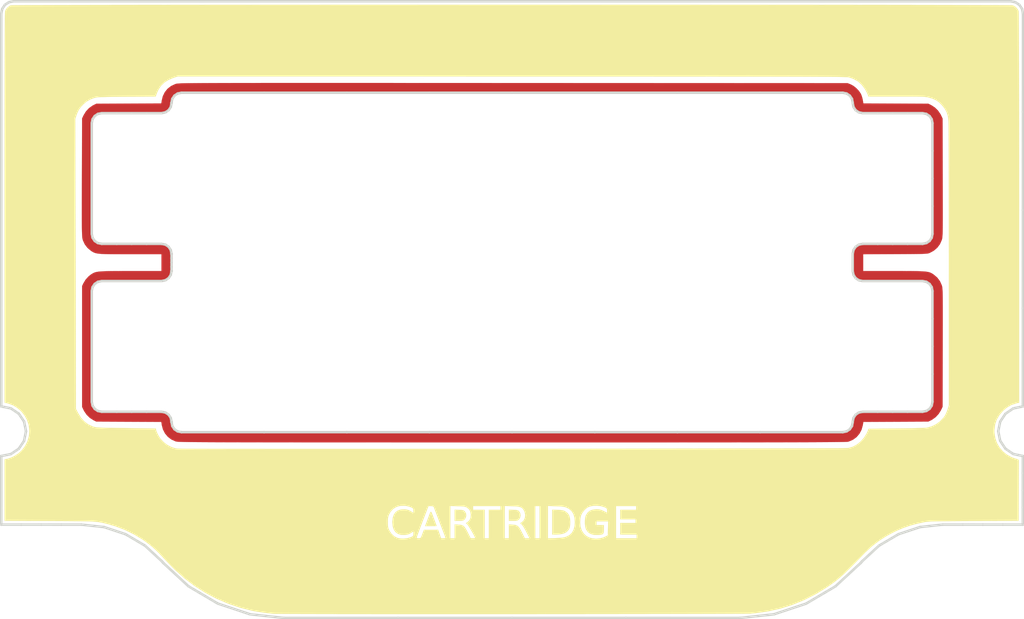
<source format=kicad_pcb>
(kicad_pcb (version 20171130) (host pcbnew 5.0.2-bee76a0~70~ubuntu18.04.1)

  (general
    (thickness 1.6)
    (drawings 291)
    (tracks 0)
    (zones 0)
    (modules 2)
    (nets 1)
  )

  (page A4)
  (layers
    (0 F.Cu signal)
    (31 B.Cu signal)
    (32 B.Adhes user)
    (33 F.Adhes user)
    (34 B.Paste user)
    (35 F.Paste user)
    (36 B.SilkS user)
    (37 F.SilkS user)
    (38 B.Mask user)
    (39 F.Mask user)
    (40 Dwgs.User user)
    (41 Cmts.User user)
    (42 Eco1.User user)
    (43 Eco2.User user)
    (44 Edge.Cuts user)
    (45 Margin user)
    (46 B.CrtYd user)
    (47 F.CrtYd user)
    (48 B.Fab user)
    (49 F.Fab user hide)
  )

  (setup
    (last_trace_width 0.11)
    (trace_clearance 0.15)
    (zone_clearance 0.3)
    (zone_45_only yes)
    (trace_min 0.1)
    (segment_width 0.1)
    (edge_width 0.1)
    (via_size 0.6)
    (via_drill 0.4)
    (via_min_size 0.4)
    (via_min_drill 0.3)
    (uvia_size 0.3)
    (uvia_drill 0.1)
    (uvias_allowed no)
    (uvia_min_size 0)
    (uvia_min_drill 0)
    (pcb_text_width 0.3)
    (pcb_text_size 1.5 1.5)
    (mod_edge_width 0.15)
    (mod_text_size 1 1)
    (mod_text_width 0.15)
    (pad_size 1.35 1)
    (pad_drill 0)
    (pad_to_mask_clearance 0)
    (solder_mask_min_width 0.25)
    (aux_axis_origin 117.264 104.064)
    (grid_origin 100 100.875)
    (visible_elements 7FFFFFFF)
    (pcbplotparams
      (layerselection 0x010fc_ffffffff)
      (usegerberextensions false)
      (usegerberattributes false)
      (usegerberadvancedattributes false)
      (creategerberjobfile false)
      (excludeedgelayer true)
      (linewidth 0.100000)
      (plotframeref false)
      (viasonmask false)
      (mode 1)
      (useauxorigin false)
      (hpglpennumber 1)
      (hpglpenspeed 20)
      (hpglpendiameter 15.000000)
      (psnegative false)
      (psa4output false)
      (plotreference true)
      (plotvalue true)
      (plotinvisibletext false)
      (padsonsilk false)
      (subtractmaskfromsilk false)
      (outputformat 1)
      (mirror false)
      (drillshape 0)
      (scaleselection 1)
      (outputdirectory "gerber/"))
  )

  (net 0 "")

  (net_class Default "This is the default net class."
    (clearance 0.15)
    (trace_width 0.11)
    (via_dia 0.6)
    (via_drill 0.4)
    (uvia_dia 0.3)
    (uvia_drill 0.1)
  )

  (net_class 4mil ""
    (clearance 0.1)
    (trace_width 0.2)
    (via_dia 0.6)
    (via_drill 0.4)
    (uvia_dia 0.3)
    (uvia_drill 0.1)
  )

  (net_class Big ""
    (clearance 0.1524)
    (trace_width 0.5)
    (via_dia 0.8)
    (via_drill 0.6)
    (uvia_dia 0.3)
    (uvia_drill 0.1)
  )

  (net_class Power ""
    (clearance 0.1524)
    (trace_width 0.3)
    (via_dia 0.8)
    (via_drill 0.6)
    (uvia_dia 0.3)
    (uvia_drill 0.1)
  )

  (module GaudiLabsLogos:DimmTopSilk (layer F.Cu) (tedit 0) (tstamp 5CB50EC7)
    (at 99.95 104.745)
    (fp_text reference G*** (at 0 0) (layer F.SilkS) hide
      (effects (font (size 1.524 1.524) (thickness 0.3)))
    )
    (fp_text value LOGO (at 0.75 0) (layer F.SilkS) hide
      (effects (font (size 1.524 1.524) (thickness 0.3)))
    )
    (fp_poly (pts (xy 2.269212 -24.469577) (xy 3.864769 -24.469461) (xy 5.454908 -24.469284) (xy 7.037377 -24.469045)
      (xy 8.609922 -24.468746) (xy 10.170293 -24.468385) (xy 11.716237 -24.467964) (xy 13.245502 -24.467481)
      (xy 14.755836 -24.466938) (xy 16.244986 -24.466333) (xy 17.710701 -24.465668) (xy 19.150728 -24.464941)
      (xy 20.562816 -24.464154) (xy 21.944712 -24.463305) (xy 23.294164 -24.462395) (xy 24.60892 -24.461425)
      (xy 25.886728 -24.460393) (xy 27.125336 -24.4593) (xy 28.322491 -24.458146) (xy 29.475941 -24.456931)
      (xy 30.583435 -24.455656) (xy 31.64272 -24.454319) (xy 32.651544 -24.452921) (xy 33.607655 -24.451462)
      (xy 34.508801 -24.449942) (xy 35.35273 -24.448361) (xy 36.137189 -24.446719) (xy 36.859927 -24.445016)
      (xy 37.51869 -24.443252) (xy 38.111228 -24.441427) (xy 38.635289 -24.43954) (xy 39.088619 -24.437593)
      (xy 39.468966 -24.435585) (xy 39.77408 -24.433516) (xy 40.001707 -24.431386) (xy 40.149595 -24.429194)
      (xy 40.215493 -24.426942) (xy 40.218544 -24.426511) (xy 40.381033 -24.345692) (xy 40.533138 -24.209867)
      (xy 40.647207 -24.046914) (xy 40.68304 -23.958201) (xy 40.687047 -23.901684) (xy 40.690864 -23.761221)
      (xy 40.694486 -23.537536) (xy 40.697914 -23.23135) (xy 40.701144 -22.843384) (xy 40.704176 -22.37436)
      (xy 40.707007 -21.825001) (xy 40.709634 -21.196028) (xy 40.712057 -20.488163) (xy 40.714274 -19.702127)
      (xy 40.716282 -18.838642) (xy 40.718079 -17.898431) (xy 40.719664 -16.882215) (xy 40.721035 -15.790715)
      (xy 40.72219 -14.624653) (xy 40.723127 -13.384752) (xy 40.723844 -12.071733) (xy 40.724339 -10.686318)
      (xy 40.72461 -9.229228) (xy 40.724666 -8.164252) (xy 40.724666 7.484555) (xy 40.502416 7.53608)
      (xy 40.115303 7.663936) (xy 39.763763 7.862344) (xy 39.43628 8.137837) (xy 39.428811 8.14526)
      (xy 39.137617 8.486783) (xy 38.9274 8.8513) (xy 38.796655 9.242702) (xy 38.743876 9.664876)
      (xy 38.747205 9.906) (xy 38.812601 10.335196) (xy 38.953426 10.733968) (xy 39.163648 11.094957)
      (xy 39.437231 11.410805) (xy 39.768142 11.674156) (xy 40.150346 11.87765) (xy 40.4495 11.981749)
      (xy 40.58819 12.022513) (xy 40.663951 12.057725) (xy 40.69553 12.104143) (xy 40.701672 12.178523)
      (xy 40.701383 12.206909) (xy 40.700829 12.277788) (xy 40.700014 12.424951) (xy 40.698972 12.640017)
      (xy 40.697741 12.914604) (xy 40.696355 13.240329) (xy 40.694852 13.608811) (xy 40.693267 14.011668)
      (xy 40.691636 14.440519) (xy 40.6908 14.666303) (xy 40.682333 16.971272) (xy 37.094583 16.987646)
      (xy 36.457823 16.990627) (xy 35.899726 16.993484) (xy 35.414292 16.99637) (xy 34.995516 16.99944)
      (xy 34.637397 17.002849) (xy 34.333933 17.006751) (xy 34.07912 17.0113) (xy 33.866958 17.016652)
      (xy 33.691442 17.02296) (xy 33.546572 17.030379) (xy 33.426344 17.039064) (xy 33.324757 17.049168)
      (xy 33.235808 17.060846) (xy 33.153494 17.074253) (xy 33.071813 17.089544) (xy 33.062333 17.091401)
      (xy 32.486783 17.217191) (xy 31.969174 17.359081) (xy 31.483124 17.52556) (xy 31.00225 17.725111)
      (xy 30.7975 17.819865) (xy 30.118609 18.174284) (xy 29.502074 18.565253) (xy 28.928689 19.006603)
      (xy 28.379247 19.512165) (xy 28.215166 19.679513) (xy 27.813568 20.096566) (xy 27.461497 20.457946)
      (xy 27.151373 20.770483) (xy 26.875613 21.04101) (xy 26.626636 21.276359) (xy 26.396861 21.483361)
      (xy 26.178706 21.668848) (xy 25.964589 21.839652) (xy 25.746928 22.002605) (xy 25.518143 22.164539)
      (xy 25.273 22.330719) (xy 24.386195 22.873736) (xy 23.474716 23.336045) (xy 22.536782 23.718257)
      (xy 21.570609 24.02098) (xy 20.574415 24.244827) (xy 19.546416 24.390406) (xy 19.155833 24.424689)
      (xy 19.082624 24.426974) (xy 18.928074 24.429201) (xy 18.695511 24.431367) (xy 18.38826 24.433473)
      (xy 18.009649 24.435516) (xy 17.563002 24.437495) (xy 17.051648 24.439409) (xy 16.478912 24.441257)
      (xy 15.848121 24.443036) (xy 15.162601 24.444747) (xy 14.425678 24.446388) (xy 13.64068 24.447956)
      (xy 12.810931 24.449452) (xy 11.93976 24.450874) (xy 11.030492 24.45222) (xy 10.086454 24.453489)
      (xy 9.110971 24.454679) (xy 8.107371 24.455791) (xy 7.07898 24.456821) (xy 6.029125 24.457769)
      (xy 4.961131 24.458634) (xy 3.878326 24.459414) (xy 2.784035 24.460108) (xy 1.681585 24.460715)
      (xy 0.574302 24.461232) (xy -0.534486 24.46166) (xy -1.641455 24.461997) (xy -2.743276 24.46224)
      (xy -3.836625 24.46239) (xy -4.918174 24.462445) (xy -5.984597 24.462403) (xy -7.032567 24.462263)
      (xy -8.058759 24.462024) (xy -9.059845 24.461685) (xy -10.0325 24.461244) (xy -10.973397 24.460699)
      (xy -11.879209 24.46005) (xy -12.74661 24.459296) (xy -13.572274 24.458434) (xy -14.352874 24.457464)
      (xy -15.085084 24.456385) (xy -15.765577 24.455194) (xy -16.391028 24.453891) (xy -16.958108 24.452475)
      (xy -17.463493 24.450943) (xy -17.903856 24.449296) (xy -18.27587 24.447531) (xy -18.576209 24.445647)
      (xy -18.801546 24.443643) (xy -18.948555 24.441517) (xy -19.007667 24.43972) (xy -19.280151 24.417931)
      (xy -19.607624 24.381996) (xy -19.962331 24.335711) (xy -20.31652 24.282874) (xy -20.642435 24.227283)
      (xy -20.833195 24.18996) (xy -21.80914 23.943213) (xy -22.763333 23.618215) (xy -23.688916 23.218622)
      (xy -24.579031 22.748092) (xy -25.42682 22.21028) (xy -26.225422 21.608842) (xy -26.967981 20.947435)
      (xy -27.031065 20.885843) (xy -27.210702 20.706052) (xy -27.425817 20.485968) (xy -27.654876 20.247894)
      (xy -27.876346 20.014132) (xy -27.982845 19.900085) (xy -28.29929 19.566992) (xy -28.583958 19.286399)
      (xy -28.855036 19.042452) (xy -29.130713 18.8193) (xy -29.429175 18.60109) (xy -29.633334 18.461535)
      (xy -30.31694 18.049138) (xy -31.043216 17.695694) (xy -31.791745 17.410363) (xy -32.3215 17.255176)
      (xy -32.489074 17.212166) (xy -32.638235 17.174373) (xy -32.775398 17.141436) (xy -32.906981 17.112993)
      (xy -33.0394 17.088683) (xy -33.088251 17.0815) (xy -9.927167 17.0815) (xy -9.924633 17.286653)
      (xy -9.913849 17.433907) (xy -9.890042 17.549962) (xy -9.848441 17.661513) (xy -9.80817 17.74716)
      (xy -9.637584 18.008367) (xy -9.415278 18.211539) (xy -9.153922 18.345454) (xy -8.919985 18.394514)
      (xy -8.647447 18.402233) (xy -8.482918 18.38333) (xy 2.921 18.38333) (xy 3.52425 18.36209)
      (xy 3.837585 18.346255) (xy 4.080127 18.322543) (xy 4.26552 18.289326) (xy 4.360333 18.262378)
      (xy 4.625633 18.133184) (xy 4.830302 17.944963) (xy 4.974229 17.697894) (xy 5.057305 17.392157)
      (xy 5.079627 17.086597) (xy 5.503333 17.086597) (xy 5.503333 17.087704) (xy 5.534338 17.441077)
      (xy 5.629061 17.741639) (xy 5.790063 17.99513) (xy 5.994375 18.188247) (xy 6.213721 18.308289)
      (xy 6.482279 18.381975) (xy 6.777711 18.408219) (xy 7.077679 18.385929) (xy 7.359845 18.314019)
      (xy 7.483824 18.260847) (xy 7.725833 18.139833) (xy 7.737645 17.578917) (xy 7.749457 17.018)
      (xy 6.815666 17.018) (xy 6.815666 17.314333) (xy 7.408333 17.314333) (xy 7.408333 17.65151)
      (xy 7.40342 17.834388) (xy 7.379167 17.957388) (xy 7.321301 18.033817) (xy 7.215552 18.076985)
      (xy 7.047645 18.100201) (xy 6.916957 18.109716) (xy 6.603882 18.100484) (xy 6.346668 18.028349)
      (xy 6.14353 17.892419) (xy 5.992683 17.691802) (xy 5.963905 17.633585) (xy 5.914225 17.463685)
      (xy 5.887444 17.243371) (xy 5.883542 17.002945) (xy 5.902502 16.772711) (xy 5.944304 16.582971)
      (xy 5.964591 16.531167) (xy 6.098509 16.317365) (xy 6.276263 16.167846) (xy 6.505403 16.078399)
      (xy 6.79348 16.044816) (xy 6.838053 16.044333) (xy 7.008217 16.053252) (xy 7.156061 16.086876)
      (xy 7.321312 16.155505) (xy 7.382069 16.185389) (xy 7.662333 16.326445) (xy 7.662333 16.148269)
      (xy 7.658262 16.04535) (xy 7.633333 15.981531) (xy 7.56847 15.93312) (xy 7.444599 15.876426)
      (xy 7.442851 15.875674) (xy 7.170276 15.793364) (xy 7.145059 15.790333) (xy 8.382 15.790333)
      (xy 8.382 18.372667) (xy 10.033 18.372667) (xy 10.033 18.076333) (xy 8.720666 18.076333)
      (xy 8.720666 17.145) (xy 9.948333 17.145) (xy 9.948333 16.848667) (xy 8.720666 16.848667)
      (xy 8.720666 16.086667) (xy 9.990666 16.086667) (xy 9.990666 15.790333) (xy 8.382 15.790333)
      (xy 7.145059 15.790333) (xy 6.860875 15.756176) (xy 6.550765 15.766244) (xy 6.326726 15.809676)
      (xy 6.164582 15.86763) (xy 6.030841 15.947639) (xy 5.891416 16.071255) (xy 5.855333 16.107739)
      (xy 5.690145 16.309387) (xy 5.581425 16.525802) (xy 5.521658 16.7779) (xy 5.503333 17.086597)
      (xy 5.079627 17.086597) (xy 5.08 17.0815) (xy 5.050849 16.725165) (xy 4.962808 16.428963)
      (xy 4.814996 16.191356) (xy 4.606531 16.010805) (xy 4.409959 15.911951) (xy 4.294836 15.872528)
      (xy 4.17138 15.844085) (xy 4.020782 15.824182) (xy 3.824231 15.810374) (xy 3.562919 15.800221)
      (xy 3.545416 15.799694) (xy 2.921 15.781105) (xy 2.921 18.38333) (xy -8.482918 18.38333)
      (xy -8.370551 18.37042) (xy -8.256077 18.338195) (xy -7.612808 18.338195) (xy -7.579618 18.365561)
      (xy -7.485791 18.372562) (xy -7.459106 18.372667) (xy -7.356281 18.367808) (xy -7.295425 18.339467)
      (xy -7.251417 18.266994) (xy -7.214475 18.171583) (xy -7.158141 18.020452) (xy -7.103414 17.877088)
      (xy -7.086134 17.832917) (xy -7.031654 17.695333) (xy -5.893616 17.695333) (xy -5.773285 18.034)
      (xy -5.652953 18.372667) (xy -5.467781 18.372667) (xy -4.910667 18.372667) (xy -4.572 18.372667)
      (xy -4.572 17.262746) (xy -4.257179 17.278644) (xy -4.093754 17.292251) (xy -3.966424 17.321845)
      (xy -3.862207 17.378733) (xy -3.76812 17.474223) (xy -3.671181 17.61962) (xy -3.558408 17.826232)
      (xy -3.501976 17.936395) (xy -3.280834 18.372283) (xy -3.100917 18.372475) (xy -2.990989 18.368091)
      (xy -2.927345 18.356841) (xy -2.921 18.351208) (xy -2.94205 18.288886) (xy -2.998636 18.172101)
      (xy -3.080918 18.017866) (xy -3.179054 17.843196) (xy -3.283203 17.665107) (xy -3.383523 17.500612)
      (xy -3.470173 17.366727) (xy -3.53331 17.280465) (xy -3.550944 17.262116) (xy -3.665595 17.167166)
      (xy -3.536714 17.081156) (xy -3.379597 16.930116) (xy -3.290787 16.731188) (xy -3.269298 16.48206)
      (xy -3.27067 16.456514) (xy -3.310407 16.230455) (xy -3.403985 16.058335) (xy -3.562881 15.92079)
      (xy -3.602759 15.896167) (xy -3.67552 15.860543) (xy -3.763959 15.835182) (xy -3.884746 15.8178)
      (xy -4.054554 15.806119) (xy -4.290055 15.797855) (xy -4.328584 15.796857) (xy -4.587923 15.790333)
      (xy -3.090334 15.790333) (xy -3.090334 16.086667) (xy -2.159 16.086667) (xy -2.159 18.372667)
      (xy -1.820334 18.372667) (xy -0.550334 18.372667) (xy -0.211667 18.372667) (xy -0.211667 17.262445)
      (xy 0.083313 17.279113) (xy 0.257426 17.2959) (xy 0.393143 17.331705) (xy 0.504248 17.398243)
      (xy 0.60452 17.50723) (xy 0.707742 17.670382) (xy 0.827694 17.899413) (xy 0.838507 17.921097)
      (xy 1.063182 18.372667) (xy 1.442599 18.372667) (xy 1.183991 17.865422) (xy 1.078359 17.667856)
      (xy 0.97466 17.490758) (xy 0.883912 17.35189) (xy 0.817137 17.269017) (xy 0.81006 17.262672)
      (xy 0.694739 17.167166) (xy 0.823619 17.081156) (xy 0.976966 16.931143) (xy 1.068621 16.736888)
      (xy 1.095152 16.515584) (xy 1.053126 16.284423) (xy 1.005416 16.170688) (xy 0.930509 16.0429)
      (xy 0.844798 15.948635) (xy 0.734264 15.882512) (xy 0.584888 15.839149) (xy 0.382652 15.813163)
      (xy 0.113538 15.799172) (xy 0.03175 15.796857) (xy -0.22759 15.790333) (xy 1.905 15.790333)
      (xy 1.905 18.372667) (xy 2.243666 18.372667) (xy 2.243666 15.790333) (xy 1.905 15.790333)
      (xy -0.22759 15.790333) (xy -0.550334 15.782214) (xy -0.550334 18.372667) (xy -1.820334 18.372667)
      (xy -1.820334 16.086667) (xy -0.889 16.086667) (xy -0.889 15.790333) (xy -3.090334 15.790333)
      (xy -4.587923 15.790333) (xy -4.910667 15.782214) (xy -4.910667 18.372667) (xy -5.467781 18.372667)
      (xy -5.354211 18.368107) (xy -5.30733 18.348792) (xy -5.309397 18.306265) (xy -5.312339 18.298583)
      (xy -5.334673 18.241113) (xy -5.383113 18.115268) (xy -5.453551 17.931766) (xy -5.541877 17.701323)
      (xy -5.643981 17.434657) (xy -5.755753 17.142484) (xy -5.77907 17.0815) (xy -5.892271 16.785491)
      (xy -5.996597 16.51283) (xy -6.087943 16.274232) (xy -6.162205 16.080413) (xy -6.215279 15.942091)
      (xy -6.24306 15.86998) (xy -6.245232 15.864417) (xy -6.289399 15.815371) (xy -6.384455 15.793348)
      (xy -6.471324 15.790333) (xy -6.668256 15.790333) (xy -7.124589 16.98625) (xy -7.240202 17.290241)
      (xy -7.346666 17.572092) (xy -7.440009 17.821136) (xy -7.516259 18.026706) (xy -7.571444 18.178136)
      (xy -7.601592 18.264757) (xy -7.605398 18.277417) (xy -7.612808 18.338195) (xy -8.256077 18.338195)
      (xy -8.123541 18.300886) (xy -8.09625 18.289536) (xy -7.970843 18.231944) (xy -7.904569 18.183545)
      (xy -7.878574 18.120573) (xy -7.874005 18.01926) (xy -7.874 18.009369) (xy -7.874 17.82583)
      (xy -8.084439 17.956646) (xy -8.240178 18.039303) (xy -8.397924 18.085907) (xy -8.585225 18.108236)
      (xy -8.881302 18.097169) (xy -9.126303 18.019015) (xy -9.318792 17.875279) (xy -9.457331 17.667464)
      (xy -9.540481 17.397075) (xy -9.566862 17.0815) (xy -9.537979 16.752645) (xy -9.452159 16.485045)
      (xy -9.310642 16.280013) (xy -9.114667 16.13886) (xy -8.865474 16.062898) (xy -8.593143 16.051553)
      (xy -8.403781 16.071494) (xy -8.255313 16.114622) (xy -8.10459 16.193895) (xy -8.090749 16.202431)
      (xy -7.874 16.337169) (xy -7.874 16.153631) (xy -7.877702 16.048435) (xy -7.901393 15.983476)
      (xy -7.963953 15.935012) (xy -8.084263 15.879296) (xy -8.09625 15.874115) (xy -8.265417 15.817773)
      (xy -8.465964 15.774207) (xy -8.596841 15.757911) (xy -8.935819 15.769095) (xy -9.235126 15.853143)
      (xy -9.490729 16.007864) (xy -9.698593 16.231065) (xy -9.80817 16.41584) (xy -9.864387 16.539336)
      (xy -9.899607 16.649422) (xy -9.918601 16.772795) (xy -9.926144 16.936153) (xy -9.927167 17.0815)
      (xy -33.088251 17.0815) (xy -33.179073 17.068146) (xy -33.332415 17.05102) (xy -33.505843 17.036944)
      (xy -33.705774 17.025557) (xy -33.938624 17.016497) (xy -34.210811 17.009404) (xy -34.52875 17.003916)
      (xy -34.898859 16.999672) (xy -35.327554 16.996311) (xy -35.821251 16.993471) (xy -36.386368 16.990793)
      (xy -37.029321 16.987914) (xy -37.073417 16.987714) (xy -40.682334 16.971295) (xy -40.682334 12.03228)
      (xy -40.491433 12.003653) (xy -40.364654 11.970973) (xy -40.194401 11.909066) (xy -40.0114 11.829479)
      (xy -39.954713 11.801937) (xy -39.586751 11.572675) (xy -39.276093 11.286704) (xy -39.027125 10.953407)
      (xy -38.844235 10.582169) (xy -38.731809 10.182373) (xy -38.694236 9.763405) (xy -38.735902 9.334647)
      (xy -38.756403 9.238815) (xy -38.887643 8.854921) (xy -39.088474 8.497907) (xy -39.34805 8.178608)
      (xy -39.655522 7.907861) (xy -40.000045 7.6965) (xy -40.370773 7.555363) (xy -40.464139 7.532778)
      (xy -40.682334 7.485984) (xy -40.682334 -8.163538) (xy -40.682221 -9.670533) (xy -40.681882 -11.10636)
      (xy -40.681321 -12.470298) (xy -40.680538 -13.761623) (xy -40.679536 -14.979616) (xy -40.679183 -15.311547)
      (xy -35.009086 -15.311547) (xy -34.956478 7.979833) (xy -34.78703 8.309503) (xy -34.556831 8.685191)
      (xy -34.288414 8.98744) (xy -33.976864 9.220654) (xy -33.617264 9.389237) (xy -33.559672 9.408962)
      (xy -33.498686 9.427682) (xy -33.434035 9.443687) (xy -33.358424 9.457303) (xy -33.264559 9.468859)
      (xy -33.145144 9.478681) (xy -32.992885 9.487095) (xy -32.800486 9.49443) (xy -32.560654 9.501011)
      (xy -32.266093 9.507167) (xy -31.909509 9.513223) (xy -31.483606 9.519508) (xy -30.981091 9.526348)
      (xy -30.9245 9.527099) (xy -30.484916 9.533003) (xy -30.071402 9.538698) (xy -29.691578 9.544073)
      (xy -29.353061 9.54901) (xy -29.063469 9.553397) (xy -28.830421 9.557118) (xy -28.661533 9.560059)
      (xy -28.564424 9.562104) (xy -28.54325 9.562935) (xy -28.534202 9.602288) (xy -28.532634 9.641417)
      (xy -28.511177 9.735406) (xy -28.454537 9.877014) (xy -28.374222 10.043234) (xy -28.281743 10.211058)
      (xy -28.188609 10.357478) (xy -28.145425 10.415433) (xy -27.903771 10.664846) (xy -27.616245 10.878273)
      (xy -27.304343 11.043243) (xy -26.98956 11.147283) (xy -26.841106 11.172206) (xy -26.77863 11.174369)
      (xy -26.634487 11.176396) (xy -26.411442 11.178289) (xy -26.112255 11.180049) (xy -25.73969 11.181678)
      (xy -25.296507 11.18318) (xy -24.785471 11.184556) (xy -24.209342 11.185807) (xy -23.570884 11.186937)
      (xy -22.872858 11.187948) (xy -22.118027 11.18884) (xy -21.309153 11.189618) (xy -20.448999 11.190282)
      (xy -19.540326 11.190836) (xy -18.585897 11.19128) (xy -17.588474 11.191618) (xy -16.550819 11.191851)
      (xy -15.475696 11.191982) (xy -14.365865 11.192012) (xy -13.22409 11.191944) (xy -12.053132 11.19178)
      (xy -10.855754 11.191523) (xy -9.634718 11.191173) (xy -8.392787 11.190734) (xy -7.132722 11.190207)
      (xy -5.857286 11.189595) (xy -4.569242 11.188899) (xy -3.271351 11.188123) (xy -1.966376 11.187267)
      (xy -0.657079 11.186335) (xy 0.653778 11.185328) (xy 1.963432 11.184249) (xy 3.269121 11.183099)
      (xy 4.568083 11.181881) (xy 5.857556 11.180596) (xy 7.134776 11.179248) (xy 8.396983 11.177838)
      (xy 9.641413 11.176368) (xy 10.865305 11.174841) (xy 12.065896 11.173258) (xy 13.240424 11.171622)
      (xy 14.386126 11.169935) (xy 15.500241 11.168198) (xy 16.580005 11.166415) (xy 17.622658 11.164587)
      (xy 18.625436 11.162717) (xy 19.585577 11.160806) (xy 20.500318 11.158857) (xy 21.366899 11.156871)
      (xy 22.182556 11.154852) (xy 22.944527 11.1528) (xy 23.65005 11.150719) (xy 24.296362 11.14861)
      (xy 24.880701 11.146476) (xy 25.400306 11.144319) (xy 25.852413 11.14214) (xy 26.23426 11.139942)
      (xy 26.543086 11.137727) (xy 26.776127 11.135497) (xy 26.930622 11.133255) (xy 27.003809 11.131002)
      (xy 27.008666 11.130515) (xy 27.362079 11.029368) (xy 27.696755 10.852886) (xy 28.002646 10.609953)
      (xy 28.269704 10.309453) (xy 28.487881 9.960272) (xy 28.590985 9.731495) (xy 28.650823 9.578158)
      (xy 30.867161 9.555549) (xy 31.373204 9.549494) (xy 31.837102 9.54216) (xy 32.252447 9.533727)
      (xy 32.612834 9.524376) (xy 32.911857 9.514286) (xy 33.14311 9.503638) (xy 33.300186 9.492612)
      (xy 33.358666 9.485469) (xy 33.722337 9.382393) (xy 34.072348 9.207093) (xy 34.390303 8.971878)
      (xy 34.657805 8.689057) (xy 34.756352 8.550264) (xy 34.837559 8.400956) (xy 34.921754 8.209971)
      (xy 34.991183 8.017718) (xy 34.99326 8.011033) (xy 35.094321 7.6835) (xy 35.091948 -3.534833)
      (xy 35.091621 -4.509205) (xy 35.091064 -5.464211) (xy 35.090288 -6.396191) (xy 35.089303 -7.301482)
      (xy 35.08812 -8.176423) (xy 35.086751 -9.017352) (xy 35.085205 -9.820607) (xy 35.083495 -10.582527)
      (xy 35.08163 -11.299449) (xy 35.079622 -11.967713) (xy 35.077482 -12.583656) (xy 35.07522 -13.143617)
      (xy 35.072847 -13.643934) (xy 35.070374 -14.080945) (xy 35.067813 -14.450988) (xy 35.065173 -14.750402)
      (xy 35.062466 -14.975525) (xy 35.059703 -15.122696) (xy 35.057364 -15.183158) (xy 35.006989 -15.542217)
      (xy 34.907515 -15.852379) (xy 34.748462 -16.137317) (xy 34.519352 -16.420705) (xy 34.50061 -16.440892)
      (xy 34.280853 -16.650336) (xy 34.055067 -16.80648) (xy 33.796662 -16.924569) (xy 33.49978 -17.014616)
      (xy 33.420304 -17.033984) (xy 33.341505 -17.050289) (xy 33.255604 -17.063793) (xy 33.154823 -17.07476)
      (xy 33.031386 -17.083451) (xy 32.877514 -17.09013) (xy 32.685431 -17.09506) (xy 32.447359 -17.098503)
      (xy 32.15552 -17.100722) (xy 31.802137 -17.101981) (xy 31.379432 -17.102542) (xy 30.8942 -17.102667)
      (xy 28.634341 -17.102667) (xy 28.57889 -17.261417) (xy 28.530056 -17.373139) (xy 28.450422 -17.526675)
      (xy 28.355315 -17.692843) (xy 28.332834 -17.729829) (xy 28.083155 -18.057544) (xy 27.776853 -18.322804)
      (xy 27.416249 -18.523936) (xy 27.066289 -18.643871) (xy 27.043406 -18.648328) (xy 27.008665 -18.652583)
      (xy 26.960145 -18.65664) (xy 26.895926 -18.660505) (xy 26.814087 -18.664183) (xy 26.712707 -18.667678)
      (xy 26.589865 -18.670996) (xy 26.44364 -18.674141) (xy 26.272112 -18.677118) (xy 26.073359 -18.679931)
      (xy 25.845461 -18.682587) (xy 25.586497 -18.685089) (xy 25.294545 -18.687443) (xy 24.967686 -18.689653)
      (xy 24.603998 -18.691724) (xy 24.20156 -18.693662) (xy 23.758452 -18.69547) (xy 23.272753 -18.697155)
      (xy 22.742541 -18.69872) (xy 22.165897 -18.700171) (xy 21.540898 -18.701512) (xy 20.865625 -18.702749)
      (xy 20.138156 -18.703886) (xy 19.356571 -18.704928) (xy 18.518949 -18.70588) (xy 17.623368 -18.706746)
      (xy 16.667908 -18.707533) (xy 15.650649 -18.708244) (xy 14.569668 -18.708885) (xy 13.423046 -18.709459)
      (xy 12.208862 -18.709974) (xy 10.925194 -18.710432) (xy 9.570123 -18.710839) (xy 8.141726 -18.7112)
      (xy 6.638083 -18.711519) (xy 5.057274 -18.711802) (xy 3.397377 -18.712054) (xy 1.656471 -18.712279)
      (xy 0.010488 -18.712463) (xy -26.791483 -18.71528) (xy -27.122325 -18.604294) (xy -27.524656 -18.437097)
      (xy -27.857005 -18.226673) (xy -28.125077 -17.967733) (xy -28.33458 -17.654991) (xy -28.464462 -17.360815)
      (xy -28.558716 -17.100509) (xy -30.884608 -17.084452) (xy -31.390759 -17.080806) (xy -31.819678 -17.077233)
      (xy -32.178803 -17.073447) (xy -32.475567 -17.06916) (xy -32.717406 -17.064085) (xy -32.911756 -17.057936)
      (xy -33.066052 -17.050426) (xy -33.187728 -17.041268) (xy -33.284221 -17.030174) (xy -33.362966 -17.016858)
      (xy -33.431397 -17.001034) (xy -33.49224 -16.983832) (xy -33.82803 -16.856242) (xy -34.118118 -16.682434)
      (xy -34.362497 -16.475387) (xy -34.572258 -16.252046) (xy -34.727727 -16.027496) (xy -34.85034 -15.767962)
      (xy -34.902783 -15.624089) (xy -35.009086 -15.311547) (xy -40.679183 -15.311547) (xy -40.678317 -16.123553)
      (xy -40.676882 -17.192713) (xy -40.675233 -18.186375) (xy -40.673373 -19.103816) (xy -40.671303 -19.944315)
      (xy -40.669025 -20.70715) (xy -40.66654 -21.3916) (xy -40.663852 -21.996942) (xy -40.660961 -22.522455)
      (xy -40.657871 -22.967417) (xy -40.654581 -23.331107) (xy -40.651095 -23.612802) (xy -40.647415 -23.811781)
      (xy -40.643542 -23.927323) (xy -40.640708 -23.958201) (xy -40.558372 -24.124218) (xy -40.423193 -24.278035)
      (xy -40.262824 -24.391773) (xy -40.176212 -24.426511) (xy -40.125995 -24.428775) (xy -39.993364 -24.430978)
      (xy -39.78057 -24.43312) (xy -39.489867 -24.4352) (xy -39.123505 -24.43722) (xy -38.683737 -24.439179)
      (xy -38.172815 -24.441076) (xy -37.592991 -24.442913) (xy -36.946518 -24.444688) (xy -36.235647 -24.446403)
      (xy -35.462631 -24.448056) (xy -34.629722 -24.449649) (xy -33.739171 -24.45118) (xy -32.793232 -24.452651)
      (xy -31.794155 -24.45406) (xy -30.744194 -24.455409) (xy -29.6456 -24.456696) (xy -28.500626 -24.457922)
      (xy -27.311524 -24.459088) (xy -26.080545 -24.460192) (xy -24.809942 -24.461235) (xy -23.501967 -24.462217)
      (xy -22.158872 -24.463138) (xy -20.782909 -24.463999) (xy -19.376331 -24.464798) (xy -17.941389 -24.465536)
      (xy -16.480336 -24.466213) (xy -14.995424 -24.466829) (xy -13.488905 -24.467384) (xy -11.96303 -24.467878)
      (xy -10.420053 -24.468311) (xy -8.862225 -24.468683) (xy -7.291799 -24.468994) (xy -5.711026 -24.469243)
      (xy -4.122158 -24.469432) (xy -2.527449 -24.46956) (xy -0.929149 -24.469627) (xy 0.670489 -24.469633)
      (xy 2.269212 -24.469577)) (layer F.SilkS) (width 0.01))
    (fp_poly (pts (xy -6.418624 16.298382) (xy -6.363622 16.428578) (xy -6.28843 16.633666) (xy -6.24048 16.764)
      (xy -6.161944 16.975526) (xy -6.095017 17.156926) (xy -6.044759 17.294394) (xy -6.01623 17.374124)
      (xy -6.011631 17.388417) (xy -6.050987 17.392674) (xy -6.157917 17.396113) (xy -6.315326 17.398344)
      (xy -6.475953 17.399) (xy -6.940572 17.399) (xy -6.894961 17.282583) (xy -6.860296 17.191669)
      (xy -6.805854 17.046186) (xy -6.740945 16.871079) (xy -6.709297 16.785167) (xy -6.618738 16.534738)
      (xy -6.553492 16.361257) (xy -6.504458 16.264311) (xy -6.462536 16.243489) (xy -6.418624 16.298382)) (layer F.SilkS) (width 0.01))
    (fp_poly (pts (xy -4.208501 16.092907) (xy -4.029033 16.102341) (xy -3.912294 16.116925) (xy -3.836354 16.142956)
      (xy -3.779283 16.186729) (xy -3.742834 16.226611) (xy -3.654484 16.38871) (xy -3.636021 16.570283)
      (xy -3.686547 16.745304) (xy -3.764411 16.851923) (xy -3.832184 16.913793) (xy -3.898592 16.950676)
      (xy -3.987779 16.968986) (xy -4.123888 16.975139) (xy -4.230077 16.975667) (xy -4.572 16.975667)
      (xy -4.572 16.077978) (xy -4.208501 16.092907)) (layer F.SilkS) (width 0.01))
    (fp_poly (pts (xy 0.151832 16.092907) (xy 0.3313 16.102341) (xy 0.44804 16.116925) (xy 0.52398 16.142956)
      (xy 0.581051 16.186729) (xy 0.617499 16.226611) (xy 0.70585 16.38871) (xy 0.724313 16.570283)
      (xy 0.673787 16.745304) (xy 0.595923 16.851923) (xy 0.52815 16.913793) (xy 0.461741 16.950676)
      (xy 0.372554 16.968986) (xy 0.236445 16.975139) (xy 0.130256 16.975667) (xy -0.211667 16.975667)
      (xy -0.211667 16.077978) (xy 0.151832 16.092907)) (layer F.SilkS) (width 0.01))
    (fp_poly (pts (xy 3.693583 16.093515) (xy 3.907942 16.10481) (xy 4.061513 16.122632) (xy 4.178156 16.151629)
      (xy 4.281729 16.19645) (xy 4.315718 16.214733) (xy 4.493697 16.348628) (xy 4.615677 16.525869)
      (xy 4.686153 16.756243) (xy 4.709616 17.049537) (xy 4.709613 17.072845) (xy 4.699934 17.286186)
      (xy 4.675287 17.46573) (xy 4.645929 17.5695) (xy 4.522687 17.771112) (xy 4.343167 17.920148)
      (xy 4.103095 18.018662) (xy 3.798195 18.068707) (xy 3.590649 18.076333) (xy 3.259666 18.076333)
      (xy 3.259666 16.077064) (xy 3.693583 16.093515)) (layer F.SilkS) (width 0.01))
  )

  (module GaudiLabsLogos:DimmTopCooper (layer F.Cu) (tedit 0) (tstamp 5CB50EA9)
    (at 100.01 100.985)
    (fp_text reference G*** (at 0 0) (layer F.Cu) hide
      (effects (font (size 1.524 1.524) (thickness 0.3)))
    )
    (fp_text value LOGO (at 0.75 0) (layer F.Cu) hide
      (effects (font (size 1.524 1.524) (thickness 0.3)))
    )
    (fp_poly (pts (xy -15.00646 -14.430602) (xy -13.909509 -14.430464) (xy -12.746535 -14.430238) (xy -11.515575 -14.429932)
      (xy -10.214667 -14.42955) (xy -8.841849 -14.429097) (xy -7.39516 -14.428579) (xy -5.872636 -14.428002)
      (xy -4.272317 -14.42737) (xy -2.592239 -14.426689) (xy -0.83044 -14.425965) (xy 0.084666 -14.425587)
      (xy 26.902833 -14.4145) (xy 27.156521 -14.312365) (xy 27.384509 -14.18733) (xy 27.611804 -14.005243)
      (xy 27.813069 -13.790055) (xy 27.962965 -13.565715) (xy 27.977892 -13.536015) (xy 28.038894 -13.37988)
      (xy 28.094101 -13.189625) (xy 28.121531 -13.060991) (xy 28.168443 -12.787119) (xy 30.774138 -12.775309)
      (xy 33.379833 -12.7635) (xy 33.615835 -12.647516) (xy 33.904191 -12.462275) (xy 34.157741 -12.214197)
      (xy 34.356408 -11.923818) (xy 34.392168 -11.853333) (xy 34.522833 -11.578166) (xy 34.534318 -6.836833)
      (xy 34.536069 -6.101807) (xy 34.537515 -5.446556) (xy 34.538581 -4.866185) (xy 34.539197 -4.355804)
      (xy 34.53929 -3.910519) (xy 34.538787 -3.525438) (xy 34.537617 -3.195669) (xy 34.535707 -2.916319)
      (xy 34.532985 -2.682496) (xy 34.529379 -2.489307) (xy 34.524817 -2.33186) (xy 34.519227 -2.205262)
      (xy 34.512536 -2.104621) (xy 34.504672 -2.025044) (xy 34.495563 -1.96164) (xy 34.485136 -1.909515)
      (xy 34.473321 -1.863777) (xy 34.460292 -1.820333) (xy 34.313126 -1.483595) (xy 34.097024 -1.194912)
      (xy 33.814632 -0.957118) (xy 33.493105 -0.783384) (xy 33.449225 -0.765824) (xy 33.40128 -0.750813)
      (xy 33.3425 -0.738114) (xy 33.266115 -0.72749) (xy 33.165358 -0.718703) (xy 33.033457 -0.711517)
      (xy 32.863644 -0.705694) (xy 32.649149 -0.700998) (xy 32.383202 -0.697191) (xy 32.059035 -0.694035)
      (xy 31.669878 -0.691295) (xy 31.20896 -0.688732) (xy 30.723416 -0.686364) (xy 28.151666 -0.674229)
      (xy 28.151666 0.677334) (xy 30.619272 0.677334) (xy 31.173002 0.677475) (xy 31.649018 0.678313)
      (xy 32.054273 0.680471) (xy 32.395721 0.684571) (xy 32.680314 0.691236) (xy 32.915006 0.701088)
      (xy 33.106748 0.714749) (xy 33.262496 0.732842) (xy 33.3892 0.75599) (xy 33.493815 0.784814)
      (xy 33.583293 0.819938) (xy 33.664587 0.861984) (xy 33.744651 0.911574) (xy 33.822806 0.964127)
      (xy 34.097544 1.199848) (xy 34.313091 1.487062) (xy 34.45817 1.810641) (xy 34.461187 1.820334)
      (xy 34.474301 1.864736) (xy 34.485969 1.911053) (xy 34.496262 1.964178) (xy 34.505251 2.029004)
      (xy 34.513007 2.110424) (xy 34.519603 2.21333) (xy 34.525109 2.342616) (xy 34.529596 2.503175)
      (xy 34.533137 2.699899) (xy 34.535801 2.937682) (xy 34.537662 3.221416) (xy 34.538789 3.555994)
      (xy 34.539254 3.94631) (xy 34.539129 4.397256) (xy 34.538485 4.913725) (xy 34.537393 5.500611)
      (xy 34.535925 6.162805) (xy 34.534318 6.836834) (xy 34.522833 11.578167) (xy 34.392168 11.853334)
      (xy 34.208935 12.150525) (xy 33.96621 12.410131) (xy 33.68407 12.611616) (xy 33.615835 12.647517)
      (xy 33.379833 12.7635) (xy 30.774138 12.77531) (xy 28.168443 12.787119) (xy 28.121531 13.060992)
      (xy 28.02044 13.422789) (xy 27.852188 13.741154) (xy 27.623527 14.008468) (xy 27.341213 14.217112)
      (xy 27.011999 14.359468) (xy 26.956342 14.37534) (xy 26.931933 14.379399) (xy 26.888673 14.383273)
      (xy 26.82471 14.386965) (xy 26.738192 14.39048) (xy 26.627269 14.393821) (xy 26.490087 14.396993)
      (xy 26.324795 14.399999) (xy 26.129541 14.402844) (xy 25.902473 14.40553) (xy 25.641739 14.408063)
      (xy 25.345489 14.410446) (xy 25.011869 14.412683) (xy 24.639027 14.414778) (xy 24.225113 14.416736)
      (xy 23.768274 14.418559) (xy 23.266659 14.420251) (xy 22.718415 14.421818) (xy 22.121691 14.423262)
      (xy 21.474634 14.424589) (xy 20.775394 14.4258) (xy 20.022118 14.426902) (xy 19.212954 14.427896)
      (xy 18.34605 14.428789) (xy 17.419556 14.429582) (xy 16.431618 14.430281) (xy 15.380385 14.43089)
      (xy 14.264006 14.431411) (xy 13.080627 14.43185) (xy 11.828399 14.43221) (xy 10.505467 14.432495)
      (xy 9.109982 14.432708) (xy 7.640091 14.432855) (xy 6.093941 14.432939) (xy 4.469683 14.432964)
      (xy 2.765462 14.432933) (xy 0.979428 14.432851) (xy -0.021167 14.432787) (xy -1.822782 14.432658)
      (xy -3.541692 14.432525) (xy -5.179862 14.432382) (xy -6.739253 14.432223) (xy -8.221828 14.432042)
      (xy -9.62955 14.431832) (xy -10.964381 14.431588) (xy -12.228285 14.431304) (xy -13.423224 14.430972)
      (xy -14.551161 14.430588) (xy -15.614058 14.430145) (xy -16.613879 14.429637) (xy -17.552585 14.429058)
      (xy -18.43214 14.428402) (xy -19.254507 14.427662) (xy -20.021647 14.426832) (xy -20.735524 14.425907)
      (xy -21.398101 14.42488) (xy -22.01134 14.423745) (xy -22.577204 14.422495) (xy -23.097656 14.421126)
      (xy -23.574658 14.419631) (xy -24.010173 14.418003) (xy -24.406163 14.416236) (xy -24.764593 14.414325)
      (xy -25.087423 14.412263) (xy -25.376618 14.410044) (xy -25.634139 14.407661) (xy -25.861949 14.40511)
      (xy -26.062012 14.402384) (xy -26.236289 14.399476) (xy -26.386744 14.39638) (xy -26.515339 14.393091)
      (xy -26.624037 14.389602) (xy -26.714801 14.385907) (xy -26.789593 14.382) (xy -26.850377 14.377875)
      (xy -26.899114 14.373525) (xy -26.937767 14.368945) (xy -26.9683 14.364129) (xy -26.992675 14.35907)
      (xy -27.012854 14.353762) (xy -27.029834 14.348513) (xy -27.362532 14.198233) (xy -27.644913 13.983177)
      (xy -27.87101 13.710692) (xy -28.034858 13.388122) (xy -28.13049 13.022812) (xy -28.135698 12.986981)
      (xy -28.162838 12.787128) (xy -33.379834 12.7635) (xy -33.615836 12.647517) (xy -33.904192 12.462276)
      (xy -34.157742 12.214197) (xy -34.356409 11.923819) (xy -34.392169 11.853334) (xy -34.522834 11.578167)
      (xy -34.522834 1.883834) (xy -34.425145 1.67355) (xy -34.23701 1.360264) (xy -33.989727 1.090841)
      (xy -33.808311 0.951035) (xy -33.724227 0.896503) (xy -33.644739 0.849741) (xy -33.56289 0.810153)
      (xy -33.471723 0.777141) (xy -33.364281 0.750107) (xy -33.233605 0.728456) (xy -33.072738 0.711589)
      (xy -32.874723 0.69891) (xy -32.632603 0.689821) (xy -32.339419 0.683726) (xy -31.988214 0.680026)
      (xy -31.572031 0.678126) (xy -31.083913 0.677428) (xy -30.619273 0.677334) (xy -28.151667 0.677334)
      (xy -28.151667 -0.677333) (xy -30.619273 -0.677333) (xy -31.172302 -0.677483) (xy -31.647628 -0.678334)
      (xy -32.052217 -0.680489) (xy -32.393034 -0.684551) (xy -32.677043 -0.691123) (xy -32.911209 -0.700808)
      (xy -33.102496 -0.714209) (xy -33.257869 -0.731929) (xy -33.384293 -0.75457) (xy -33.488732 -0.782736)
      (xy -33.578151 -0.817029) (xy -33.659516 -0.858052) (xy -33.739789 -0.906409) (xy -33.812398 -0.953748)
      (xy -34.085034 -1.181705) (xy -34.301565 -1.462482) (xy -34.449261 -1.779184) (xy -34.460132 -1.81342)
      (xy -34.473407 -1.858708) (xy -34.48522 -1.905439) (xy -34.495642 -1.958512) (xy -34.504746 -2.022827)
      (xy -34.512604 -2.103283) (xy -34.519288 -2.204779) (xy -34.524871 -2.332215) (xy -34.529425 -2.49049)
      (xy -34.533023 -2.684504) (xy -34.535736 -2.919155) (xy -34.537637 -3.199343) (xy -34.538799 -3.529968)
      (xy -34.539294 -3.915929) (xy -34.539194 -4.362125) (xy -34.538572 -4.873456) (xy -34.537499 -5.454821)
      (xy -34.536049 -6.111118) (xy -34.534319 -6.836833) (xy -34.53042 -8.446817) (xy -33.734248 -8.446817)
      (xy -33.733584 -7.750796) (xy -33.732028 -6.973167) (xy -33.73116 -6.639383) (xy -33.7185 -2.039266)
      (xy -33.5915 -1.859487) (xy -33.479605 -1.732266) (xy -33.346563 -1.622488) (xy -33.295167 -1.59127)
      (xy -33.258575 -1.573259) (xy -33.218604 -1.557802) (xy -33.168672 -1.544644) (xy -33.102203 -1.53353)
      (xy -33.012615 -1.524203) (xy -32.893331 -1.516408) (xy -32.73777 -1.509889) (xy -32.539354 -1.504392)
      (xy -32.291504 -1.49966) (xy -31.98764 -1.495437) (xy -31.621184 -1.49147) (xy -31.185555 -1.487501)
      (xy -30.674175 -1.483276) (xy -30.4733 -1.481666) (xy -27.820767 -1.4605) (xy -27.66259 -1.332439)
      (xy -27.565584 -1.24997) (xy -27.490792 -1.171064) (xy -27.435338 -1.083557) (xy -27.396343 -0.975283)
      (xy -27.370928 -0.834078) (xy -27.356216 -0.647775) (xy -27.349327 -0.404212) (xy -27.347384 -0.091221)
      (xy -27.347334 0) (xy -27.348485 0.332396) (xy -27.353856 0.592301) (xy -27.366327 0.791879)
      (xy -27.388775 0.943298) (xy -27.424079 1.05872) (xy -27.475116 1.150312) (xy -27.544765 1.230238)
      (xy -27.635905 1.310664) (xy -27.66259 1.33244) (xy -27.820767 1.4605) (xy -30.4733 1.481667)
      (xy -31.013137 1.486045) (xy -31.474887 1.490075) (xy -31.865132 1.494014) (xy -32.19045 1.498117)
      (xy -32.45742 1.502639) (xy -32.672621 1.507835) (xy -32.842633 1.513962) (xy -32.974034 1.521275)
      (xy -33.073404 1.53003) (xy -33.147323 1.540481) (xy -33.202369 1.552885) (xy -33.245121 1.567496)
      (xy -33.282159 1.584572) (xy -33.295167 1.59127) (xy -33.424003 1.681939) (xy -33.550096 1.80671)
      (xy -33.5915 1.859487) (xy -33.7185 2.039267) (xy -33.73116 6.639383) (xy -33.733069 7.450207)
      (xy -33.734091 8.178551) (xy -33.734211 8.8266) (xy -33.733414 9.396537) (xy -33.731684 9.890545)
      (xy -33.729005 10.310808) (xy -33.725363 10.659509) (xy -33.720741 10.938831) (xy -33.715125 11.150958)
      (xy -33.708498 11.298074) (xy -33.700846 11.382361) (xy -33.697501 11.398952) (xy -33.615327 11.574498)
      (xy -33.484134 11.743638) (xy -33.329845 11.87639) (xy -33.244272 11.923139) (xy -33.1996 11.935516)
      (xy -33.125439 11.946075) (xy -33.015872 11.954943) (xy -32.864983 11.962246) (xy -32.666855 11.968111)
      (xy -32.415574 11.972665) (xy -32.105223 11.976034) (xy -31.729885 11.978345) (xy -31.283645 11.979724)
      (xy -30.760587 11.980299) (xy -30.572344 11.980334) (xy -30.027764 11.980472) (xy -29.561176 11.981158)
      (xy -29.165906 11.982802) (xy -28.835279 11.985812) (xy -28.562621 11.990597) (xy -28.341257 11.997565)
      (xy -28.164514 12.007125) (xy -28.025716 12.019685) (xy -27.91819 12.035655) (xy -27.835261 12.055443)
      (xy -27.770254 12.079458) (xy -27.716495 12.108108) (xy -27.66731 12.141802) (xy -27.643667 12.159656)
      (xy -27.515615 12.291126) (xy -27.413146 12.457036) (xy -27.35464 12.624356) (xy -27.347551 12.691837)
      (xy -27.315245 12.949996) (xy -27.226049 13.186225) (xy -27.090324 13.384012) (xy -26.918429 13.526846)
      (xy -26.788051 13.583617) (xy -26.735995 13.586419) (xy -26.600285 13.589111) (xy -26.381933 13.591691)
      (xy -26.081951 13.594157) (xy -25.701351 13.596509) (xy -25.241145 13.598746) (xy -24.702347 13.600865)
      (xy -24.085967 13.602866) (xy -23.393018 13.604748) (xy -22.624513 13.606508) (xy -21.781464 13.608147)
      (xy -20.864882 13.609662) (xy -19.87578 13.611053) (xy -18.815171 13.612318) (xy -17.684066 13.613456)
      (xy -16.483478 13.614466) (xy -15.214419 13.615346) (xy -13.877901 13.616095) (xy -12.474936 13.616712)
      (xy -11.006537 13.617196) (xy -9.473716 13.617545) (xy -7.877485 13.617758) (xy -6.218856 13.617834)
      (xy -4.498842 13.617772) (xy -2.718454 13.61757) (xy -0.878706 13.617227) (xy 0.070437 13.617001)
      (xy 26.789707 13.610167) (xy 26.9695 13.483167) (xy 27.150818 13.31355) (xy 27.269106 13.100443)
      (xy 27.330681 12.831978) (xy 27.334329 12.797876) (xy 27.393694 12.515167) (xy 27.51236 12.292222)
      (xy 27.691926 12.126839) (xy 27.8934 12.029962) (xy 27.954777 12.018545) (xy 28.0704 12.008774)
      (xy 28.244189 12.000576) (xy 28.480066 11.993879) (xy 28.781954 11.98861) (xy 29.153773 11.984697)
      (xy 29.599445 11.982067) (xy 30.122893 11.980648) (xy 30.572343 11.980334) (xy 31.121741 11.979994)
      (xy 31.59239 11.978891) (xy 31.990207 11.976898) (xy 32.321109 11.973888) (xy 32.59101 11.969735)
      (xy 32.805827 11.964311) (xy 32.971476 11.957491) (xy 33.093873 11.949148) (xy 33.178934 11.939154)
      (xy 33.232576 11.927384) (xy 33.244271 11.923139) (xy 33.400205 11.8233) (xy 33.547346 11.670528)
      (xy 33.659772 11.494809) (xy 33.6975 11.398952) (xy 33.705566 11.339142) (xy 33.7126 11.217375)
      (xy 33.718618 11.031468) (xy 33.723635 10.779237) (xy 33.727666 10.4585) (xy 33.730728 10.067073)
      (xy 33.732835 9.602773) (xy 33.734003 9.063415) (xy 33.734247 8.446817) (xy 33.733583 7.750796)
      (xy 33.732027 6.973168) (xy 33.731159 6.639383) (xy 33.7185 2.039267) (xy 33.5915 1.859487)
      (xy 33.479604 1.732266) (xy 33.346562 1.622489) (xy 33.295166 1.59127) (xy 33.258574 1.573259)
      (xy 33.218603 1.557803) (xy 33.168671 1.544645) (xy 33.102202 1.53353) (xy 33.012614 1.524203)
      (xy 32.89333 1.516408) (xy 32.737769 1.509889) (xy 32.539353 1.504392) (xy 32.291503 1.49966)
      (xy 31.987639 1.495438) (xy 31.621183 1.49147) (xy 31.185554 1.487501) (xy 30.674174 1.483276)
      (xy 30.473299 1.481667) (xy 27.820766 1.4605) (xy 27.662589 1.33244) (xy 27.565583 1.24997)
      (xy 27.490791 1.171064) (xy 27.435337 1.083557) (xy 27.396342 0.975283) (xy 27.370927 0.834078)
      (xy 27.356215 0.647776) (xy 27.349326 0.404212) (xy 27.347383 0.091221) (xy 27.347333 0)
      (xy 27.348484 -0.332396) (xy 27.353855 -0.5923) (xy 27.366326 -0.791879) (xy 27.388774 -0.943297)
      (xy 27.424078 -1.05872) (xy 27.475115 -1.150311) (xy 27.544764 -1.230238) (xy 27.635904 -1.310663)
      (xy 27.662589 -1.332439) (xy 27.820766 -1.4605) (xy 30.473299 -1.481666) (xy 31.013136 -1.486044)
      (xy 31.474886 -1.490075) (xy 31.865131 -1.494014) (xy 32.190449 -1.498116) (xy 32.457419 -1.502638)
      (xy 32.67262 -1.507835) (xy 32.842632 -1.513962) (xy 32.974033 -1.521275) (xy 33.073403 -1.530029)
      (xy 33.147322 -1.54048) (xy 33.202368 -1.552884) (xy 33.24512 -1.567496) (xy 33.282158 -1.584572)
      (xy 33.295166 -1.59127) (xy 33.424002 -1.681939) (xy 33.550095 -1.80671) (xy 33.5915 -1.859487)
      (xy 33.7185 -2.039266) (xy 33.731159 -6.639383) (xy 33.733068 -7.450206) (xy 33.73409 -8.178551)
      (xy 33.73421 -8.826599) (xy 33.733413 -9.396536) (xy 33.731683 -9.890544) (xy 33.729004 -10.310807)
      (xy 33.725362 -10.659508) (xy 33.72074 -10.938831) (xy 33.715124 -11.150958) (xy 33.708497 -11.298074)
      (xy 33.700845 -11.382361) (xy 33.6975 -11.398952) (xy 33.615326 -11.574497) (xy 33.484133 -11.743638)
      (xy 33.329844 -11.87639) (xy 33.244271 -11.923139) (xy 33.199599 -11.935516) (xy 33.125438 -11.946075)
      (xy 33.015871 -11.954942) (xy 32.864982 -11.962246) (xy 32.666854 -11.968111) (xy 32.415573 -11.972664)
      (xy 32.105222 -11.976033) (xy 31.729884 -11.978344) (xy 31.283644 -11.979724) (xy 30.760586 -11.980299)
      (xy 30.572343 -11.980333) (xy 30.027763 -11.980471) (xy 29.561175 -11.981158) (xy 29.165905 -11.982802)
      (xy 28.835278 -11.985812) (xy 28.56262 -11.990597) (xy 28.341256 -11.997565) (xy 28.164513 -12.007124)
      (xy 28.025715 -12.019685) (xy 27.918189 -12.035655) (xy 27.83526 -12.055443) (xy 27.770253 -12.079458)
      (xy 27.716494 -12.108108) (xy 27.667309 -12.141801) (xy 27.643666 -12.159655) (xy 27.515614 -12.291126)
      (xy 27.413145 -12.457036) (xy 27.354639 -12.624356) (xy 27.34755 -12.691837) (xy 27.314611 -12.958441)
      (xy 27.222975 -13.197447) (xy 27.08213 -13.394048) (xy 26.901564 -13.533437) (xy 26.775833 -13.584081)
      (xy 26.722117 -13.587299) (xy 26.586503 -13.590411) (xy 26.371756 -13.593415) (xy 26.080646 -13.596313)
      (xy 25.71594 -13.599103) (xy 25.280404 -13.601787) (xy 24.776808 -13.604364) (xy 24.207917 -13.606834)
      (xy 23.5765 -13.609196) (xy 22.885325 -13.611452) (xy 22.137158 -13.613601) (xy 21.334768 -13.615643)
      (xy 20.480922 -13.617578) (xy 19.578387 -13.619406) (xy 18.629931 -13.621127) (xy 17.638322 -13.622742)
      (xy 16.606326 -13.624249) (xy 15.536713 -13.625649) (xy 14.432248 -13.626942) (xy 13.295701 -13.628129)
      (xy 12.129837 -13.629208) (xy 10.937426 -13.630181) (xy 9.721234 -13.631046) (xy 8.484028 -13.631805)
      (xy 7.228578 -13.632456) (xy 5.957649 -13.633001) (xy 4.67401 -13.633439) (xy 3.380427 -13.63377)
      (xy 2.07967 -13.633993) (xy 0.774504 -13.63411) (xy -0.532301 -13.63412) (xy -1.83798 -13.634023)
      (xy -3.139763 -13.633819) (xy -4.434885 -13.633508) (xy -5.720576 -13.63309) (xy -6.99407 -13.632565)
      (xy -8.252599 -13.631934) (xy -9.493395 -13.631195) (xy -10.713692 -13.630349) (xy -11.91072 -13.629397)
      (xy -13.081714 -13.628337) (xy -14.223905 -13.62717) (xy -15.334526 -13.625897) (xy -16.410809 -13.624516)
      (xy -17.449986 -13.623029) (xy -18.449291 -13.621435) (xy -19.405955 -13.619733) (xy -20.317211 -13.617925)
      (xy -21.180292 -13.61601) (xy -21.99243 -13.613988) (xy -22.750857 -13.611859) (xy -23.452806 -13.609623)
      (xy -24.095509 -13.60728) (xy -24.6762 -13.60483) (xy -25.192109 -13.602273) (xy -25.64047 -13.599609)
      (xy -26.018515 -13.596838) (xy -26.323477 -13.59396) (xy -26.552588 -13.590976) (xy -26.70308 -13.587884)
      (xy -26.772187 -13.584685) (xy -26.775834 -13.584081) (xy -26.976517 -13.486738) (xy -27.142745 -13.323081)
      (xy -27.265271 -13.107627) (xy -27.334845 -12.854888) (xy -27.347334 -12.687161) (xy -27.377984 -12.544149)
      (xy -27.457527 -12.382179) (xy -27.567347 -12.233399) (xy -27.658576 -12.149666) (xy -27.706427 -12.116652)
      (xy -27.756059 -12.088419) (xy -27.81416 -12.064587) (xy -27.887418 -12.044769) (xy -27.98252 -12.028585)
      (xy -28.106154 -12.015649) (xy -28.265007 -12.005578) (xy -28.465768 -11.997989) (xy -28.715124 -11.992498)
      (xy -29.019763 -11.988723) (xy -29.386372 -11.986278) (xy -29.821639 -11.984782) (xy -30.332251 -11.98385)
      (xy -30.555444 -11.983554) (xy -31.107339 -11.982516) (xy -31.580437 -11.980812) (xy -31.980605 -11.978309)
      (xy -32.31371 -11.974877) (xy -32.58562 -11.970382) (xy -32.802202 -11.964694) (xy -32.969324 -11.95768)
      (xy -33.092853 -11.949209) (xy -33.178657 -11.939149) (xy -33.232602 -11.927368) (xy -33.244272 -11.923139)
      (xy -33.400206 -11.823299) (xy -33.547347 -11.670528) (xy -33.659773 -11.494808) (xy -33.697501 -11.398952)
      (xy -33.705567 -11.339141) (xy -33.712601 -11.217374) (xy -33.718619 -11.031467) (xy -33.723636 -10.779237)
      (xy -33.727667 -10.4585) (xy -33.730729 -10.067073) (xy -33.732836 -9.602772) (xy -33.734004 -9.063415)
      (xy -33.734248 -8.446817) (xy -34.53042 -8.446817) (xy -34.522834 -11.578166) (xy -34.392169 -11.853333)
      (xy -34.208936 -12.150524) (xy -33.966211 -12.410131) (xy -33.684071 -12.611616) (xy -33.615836 -12.647516)
      (xy -33.379834 -12.7635) (xy -30.771336 -12.775314) (xy -28.162838 -12.787127) (xy -28.135698 -12.98698)
      (xy -28.046627 -13.35751) (xy -27.889021 -13.684123) (xy -27.668268 -13.960293) (xy -27.389761 -14.179491)
      (xy -27.058888 -14.335193) (xy -27.008667 -14.351561) (xy -26.989748 -14.357285) (xy -26.969555 -14.362745)
      (xy -26.946127 -14.367947) (xy -26.9175 -14.372896) (xy -26.881712 -14.377599) (xy -26.836803 -14.382059)
      (xy -26.780809 -14.386282) (xy -26.711769 -14.390275) (xy -26.627719 -14.394041) (xy -26.5267 -14.397587)
      (xy -26.406747 -14.400917) (xy -26.265899 -14.404038) (xy -26.102194 -14.406955) (xy -25.91367 -14.409672)
      (xy -25.698365 -14.412195) (xy -25.454316 -14.414531) (xy -25.179562 -14.416683) (xy -24.87214 -14.418657)
      (xy -24.530088 -14.420459) (xy -24.151444 -14.422095) (xy -23.734247 -14.423568) (xy -23.276533 -14.424886)
      (xy -22.776342 -14.426053) (xy -22.231709 -14.427074) (xy -21.640675 -14.427955) (xy -21.001276 -14.428701)
      (xy -20.31155 -14.429318) (xy -19.569536 -14.429811) (xy -18.773271 -14.430185) (xy -17.920793 -14.430446)
      (xy -17.01014 -14.430599) (xy -16.03935 -14.430649) (xy -15.00646 -14.430602)) (layer F.Cu) (width 0.01))
  )

  (gr_line (start 127.326658 88.137447) (end 127.326658 88.147147) (layer Edge.Cuts) (width 0.2))
  (gr_line (start 127.263758 87.82605) (end 127.326658 88.137447) (layer Edge.Cuts) (width 0.2))
  (gr_line (start 68.262604 102.460452) (end 69.462606 102.460452) (layer Edge.Cuts) (width 0.2))
  (gr_line (start 133.492378 102.694778) (end 133.663818 102.949067) (layer Edge.Cuts) (width 0.2))
  (gr_line (start 133.238088 102.523332) (end 133.492378 102.694778) (layer Edge.Cuts) (width 0.2))
  (gr_line (start 127.986424 125.075714) (end 128.019924 125.036824) (layer Edge.Cuts) (width 0.2))
  (gr_line (start 66.262609 103.260454) (end 66.325479 102.949057) (layer Edge.Cuts) (width 0.2))
  (gr_line (start 127.326658 113.799367) (end 127.263758 114.110764) (layer Edge.Cuts) (width 0.2))
  (gr_line (start 127.326658 113.789667) (end 127.326658 113.799367) (layer Edge.Cuts) (width 0.2))
  (gr_line (start 59 112.529374) (end 59.773905 112.687544) (layer Edge.Cuts) (width 0.2))
  (gr_line (start 71.862611 102.460452) (end 72.174004 102.397582) (layer Edge.Cuts) (width 0.2))
  (gr_line (start 68.973798 122.792317) (end 70.536518 123.714336) (layer Edge.Cuts) (width 0.2))
  (gr_line (start 132.926698 112.960465) (end 131.726698 112.960465) (layer Edge.Cuts) (width 0.2))
  (gr_line (start 133.238088 112.897595) (end 132.926698 112.960465) (layer Edge.Cuts) (width 0.2))
  (gr_line (start 118.266154 129.518984) (end 121.003724 129.224522) (layer Edge.Cuts) (width 0.2))
  (gr_line (start 127.326668 100.276455) (end 127.326668 100.622456) (layer Edge.Cuts) (width 0.2))
  (gr_line (start 127.326668 100.276455) (end 127.326668 100.276455) (layer Edge.Cuts) (width 0.2))
  (gr_line (start 130.526698 112.960465) (end 129.326698 112.960465) (layer Edge.Cuts) (width 0.2))
  (gr_line (start 131.726698 112.960465) (end 130.526698 112.960465) (layer Edge.Cuts) (width 0.2))
  (gr_line (start 127.561008 102.226146) (end 127.815298 102.397592) (layer Edge.Cuts) (width 0.2))
  (gr_line (start 127.389568 101.971857) (end 127.561008 102.226146) (layer Edge.Cuts) (width 0.2))
  (gr_line (start 133.726718 112.160454) (end 133.663818 112.471853) (layer Edge.Cuts) (width 0.2))
  (gr_line (start 133.726718 109.935457) (end 133.726718 112.160454) (layer Edge.Cuts) (width 0.2))
  (gr_line (start 68.262605 112.960465) (end 67.062602 112.960465) (layer Edge.Cuts) (width 0.2))
  (gr_line (start 72.662612 101.66045) (end 72.662612 101.66045) (layer Edge.Cuts) (width 0.2))
  (gr_line (start 59.773905 112.687544) (end 60.405566 113.114932) (layer Edge.Cuts) (width 0.2))
  (gr_line (start 127.326668 88.156947) (end 127.326668 88.166647) (layer Edge.Cuts) (width 0.2))
  (gr_line (start 127.326658 88.147147) (end 127.326668 88.156947) (layer Edge.Cuts) (width 0.2))
  (gr_line (start 133.492378 89.210765) (end 133.663818 89.465054) (layer Edge.Cuts) (width 0.2))
  (gr_line (start 133.238088 89.039319) (end 133.492378 89.210765) (layer Edge.Cuts) (width 0.2))
  (gr_line (start 140.977014 116.514124) (end 140.207534 116.352176) (layer Edge.Cuts) (width 0.2))
  (gr_line (start 72.662613 113.779969) (end 72.662613 113.770169) (layer Edge.Cuts) (width 0.2))
  (gr_line (start 130.526698 99.476453) (end 129.326698 99.476453) (layer Edge.Cuts) (width 0.2))
  (gr_line (start 131.726698 99.476453) (end 130.526698 99.476453) (layer Edge.Cuts) (width 0.2))
  (gr_line (start 72.428294 99.710768) (end 72.174004 99.539322) (layer Edge.Cuts) (width 0.2))
  (gr_line (start 72.599742 99.965057) (end 72.428294 99.710768) (layer Edge.Cuts) (width 0.2))
  (gr_line (start 71.98178 125.074434) (end 72.01473 125.112544) (layer Edge.Cuts) (width 0.2))
  (gr_line (start 71.94883 125.036324) (end 71.98178 125.074434) (layer Edge.Cuts) (width 0.2))
  (gr_line (start 140.974014 122.021794) (end 140.974764 120.644877) (layer Edge.Cuts) (width 0.2))
  (gr_line (start 128.053424 124.997934) (end 128.086924 124.959044) (layer Edge.Cuts) (width 0.2))
  (gr_line (start 71.862611 88.976449) (end 72.174004 88.913579) (layer Edge.Cuts) (width 0.2))
  (gr_line (start 70.662609 88.976449) (end 71.862611 88.976449) (layer Edge.Cuts) (width 0.2))
  (gr_line (start 130.526698 102.460462) (end 131.726698 102.460462) (layer Edge.Cuts) (width 0.2))
  (gr_line (start 129.326698 102.460462) (end 130.526698 102.460462) (layer Edge.Cuts) (width 0.2))
  (gr_line (start 127.561008 88.742133) (end 127.815298 88.913579) (layer Edge.Cuts) (width 0.2))
  (gr_line (start 127.389568 88.487844) (end 127.561008 88.742133) (layer Edge.Cuts) (width 0.2))
  (gr_line (start 66.262609 109.935454) (end 66.262609 107.710454) (layer Edge.Cuts) (width 0.2))
  (gr_line (start 113.260628 87.337445) (end 119.893628 87.337445) (layer Edge.Cuts) (width 0.2))
  (gr_line (start 106.627618 87.337445) (end 113.260628 87.337445) (layer Edge.Cuts) (width 0.2))
  (gr_line (start 80.095615 114.599371) (end 73.462615 114.599371) (layer Edge.Cuts) (width 0.2))
  (gr_line (start 66.262609 105.485454) (end 66.262609 103.260454) (layer Edge.Cuts) (width 0.2))
  (gr_line (start 66.262609 107.710454) (end 66.262609 105.485454) (layer Edge.Cuts) (width 0.2))
  (gr_line (start 72.662612 100.968452) (end 72.662612 100.622453) (layer Edge.Cuts) (width 0.2))
  (gr_line (start 72.662612 101.314451) (end 72.662612 100.968452) (layer Edge.Cuts) (width 0.2))
  (gr_line (start 113.260628 114.599369) (end 106.627618 114.599369) (layer Edge.Cuts) (width 0.2))
  (gr_line (start 119.893628 114.599369) (end 113.260628 114.599369) (layer Edge.Cuts) (width 0.2))
  (gr_line (start 72.662612 88.176447) (end 72.662612 88.166647) (layer Edge.Cuts) (width 0.2))
  (gr_line (start 72.599742 88.487844) (end 72.662612 88.176447) (layer Edge.Cuts) (width 0.2))
  (gr_line (start 133.726718 89.776451) (end 133.726718 92.001451) (layer Edge.Cuts) (width 0.2))
  (gr_line (start 133.663818 89.465054) (end 133.726718 89.776451) (layer Edge.Cuts) (width 0.2))
  (gr_line (start 132.926698 88.976449) (end 133.238088 89.039319) (layer Edge.Cuts) (width 0.2))
  (gr_line (start 131.726698 88.976449) (end 132.926698 88.976449) (layer Edge.Cuts) (width 0.2))
  (gr_line (start 70.662609 102.460452) (end 71.862611 102.460452) (layer Edge.Cuts) (width 0.2))
  (gr_line (start 66.496923 89.210765) (end 66.75121 89.039319) (layer Edge.Cuts) (width 0.2))
  (gr_line (start 66.325479 89.465054) (end 66.496923 89.210765) (layer Edge.Cuts) (width 0.2))
  (gr_line (start 133.492378 99.242137) (end 133.238088 99.413583) (layer Edge.Cuts) (width 0.2))
  (gr_line (start 133.663818 98.987848) (end 133.492378 99.242137) (layer Edge.Cuts) (width 0.2))
  (gr_line (start 127.326668 100.968458) (end 127.326668 101.314459) (layer Edge.Cuts) (width 0.2))
  (gr_line (start 127.326668 100.622456) (end 127.326668 100.968458) (layer Edge.Cuts) (width 0.2))
  (gr_line (start 72.662613 113.760469) (end 72.599743 113.449068) (layer Edge.Cuts) (width 0.2))
  (gr_line (start 139.367134 122.022044) (end 140.974014 122.021794) (layer Edge.Cuts) (width 0.2))
  (gr_line (start 86.728615 114.599371) (end 80.095615 114.599371) (layer Edge.Cuts) (width 0.2))
  (gr_line (start 59.998895 79.991816) (end 59.610098 80.070246) (layer Edge.Cuts) (width 0.2))
  (gr_line (start 72.662613 113.770169) (end 72.662613 113.760469) (layer Edge.Cuts) (width 0.2))
  (gr_line (start 139.580284 115.924042) (end 139.157894 115.292916) (layer Edge.Cuts) (width 0.2))
  (gr_line (start 60.405566 113.114932) (end 60.831311 113.747701) (layer Edge.Cuts) (width 0.2))
  (gr_line (start 73.151218 114.536501) (end 72.896929 114.365055) (layer Edge.Cuts) (width 0.2))
  (gr_line (start 66.75121 102.523322) (end 67.062601 102.460452) (layer Edge.Cuts) (width 0.2))
  (gr_line (start 69.462607 112.960465) (end 68.262605 112.960465) (layer Edge.Cuts) (width 0.2))
  (gr_line (start 127.326668 113.760467) (end 127.326668 113.770167) (layer Edge.Cuts) (width 0.2))
  (gr_line (start 127.389568 113.44907) (end 127.326668 113.760467) (layer Edge.Cuts) (width 0.2))
  (gr_line (start 74.03557 126.981497) (end 76.379949 128.3648) (layer Edge.Cuts) (width 0.2))
  (gr_line (start 72.174004 102.397582) (end 72.428294 102.226136) (layer Edge.Cuts) (width 0.2))
  (gr_line (start 133.492378 112.726145) (end 133.238088 112.897595) (layer Edge.Cuts) (width 0.2))
  (gr_line (start 133.663818 112.471853) (end 133.492378 112.726145) (layer Edge.Cuts) (width 0.2))
  (gr_line (start 66.496925 112.726145) (end 66.325479 112.471853) (layer Edge.Cuts) (width 0.2))
  (gr_line (start 126.526638 87.337445) (end 126.838028 87.400315) (layer Edge.Cuts) (width 0.2))
  (gr_line (start 119.893628 87.337445) (end 126.526638 87.337445) (layer Edge.Cuts) (width 0.2))
  (gr_line (start 59 104.644583) (end 59 112.529374) (layer Edge.Cuts) (width 0.2))
  (gr_line (start 128.126698 112.960465) (end 127.815298 113.023335) (layer Edge.Cuts) (width 0.2))
  (gr_line (start 129.326698 112.960465) (end 128.126698 112.960465) (layer Edge.Cuts) (width 0.2))
  (gr_line (start 72.662612 100.276454) (end 72.662612 100.276454) (layer Edge.Cuts) (width 0.2))
  (gr_line (start 72.662612 100.276454) (end 72.662612 100.276454) (layer Edge.Cuts) (width 0.2))
  (gr_line (start 66.262609 89.776451) (end 66.325479 89.465054) (layer Edge.Cuts) (width 0.2))
  (gr_line (start 66.262609 92.001451) (end 66.262609 89.776451) (layer Edge.Cuts) (width 0.2))
  (gr_line (start 121.003724 129.224522) (end 123.587434 128.366614) (layer Edge.Cuts) (width 0.2))
  (gr_line (start 66.262609 98.67645) (end 66.262609 96.45145) (layer Edge.Cuts) (width 0.2))
  (gr_line (start 66.325479 98.987847) (end 66.262609 98.67645) (layer Edge.Cuts) (width 0.2))
  (gr_line (start 59.0785 80.601496) (end 59 80.990209) (layer Edge.Cuts) (width 0.2))
  (gr_line (start 59.292584 80.284157) (end 59.0785 80.601496) (layer Edge.Cuts) (width 0.2))
  (gr_line (start 59 96.759792) (end 59 104.644583) (layer Edge.Cuts) (width 0.2))
  (gr_line (start 93.361615 114.599371) (end 86.728615 114.599371) (layer Edge.Cuts) (width 0.2))
  (gr_line (start 127.561008 113.194781) (end 127.389568 113.44907) (layer Edge.Cuts) (width 0.2))
  (gr_line (start 127.815298 113.023335) (end 127.561008 113.194781) (layer Edge.Cuts) (width 0.2))
  (gr_line (start 59 80.990209) (end 59 88.875) (layer Edge.Cuts) (width 0.2))
  (gr_line (start 127.326668 113.779967) (end 127.326658 113.789667) (layer Edge.Cuts) (width 0.2))
  (gr_line (start 127.326668 113.770167) (end 127.326668 113.779967) (layer Edge.Cuts) (width 0.2))
  (gr_line (start 60.98747 114.522014) (end 60.831461 115.296494) (layer Edge.Cuts) (width 0.2))
  (gr_line (start 69.462606 99.476452) (end 68.262604 99.476452) (layer Edge.Cuts) (width 0.2))
  (gr_line (start 70.662609 99.476452) (end 69.462606 99.476452) (layer Edge.Cuts) (width 0.2))
  (gr_line (start 72.662612 100.276454) (end 72.599742 99.965057) (layer Edge.Cuts) (width 0.2))
  (gr_line (start 72.662612 100.276454) (end 72.662612 100.276454) (layer Edge.Cuts) (width 0.2))
  (gr_line (start 72.428294 88.742133) (end 72.599742 88.487844) (layer Edge.Cuts) (width 0.2))
  (gr_line (start 72.174004 88.913579) (end 72.428294 88.742133) (layer Edge.Cuts) (width 0.2))
  (gr_line (start 69.462606 102.460452) (end 70.662609 102.460452) (layer Edge.Cuts) (width 0.2))
  (gr_line (start 127.092308 114.365053) (end 126.838028 114.536499) (layer Edge.Cuts) (width 0.2))
  (gr_line (start 127.263758 114.110764) (end 127.092308 114.365053) (layer Edge.Cuts) (width 0.2))
  (gr_line (start 127.326668 88.176447) (end 127.389568 88.487844) (layer Edge.Cuts) (width 0.2))
  (gr_line (start 127.326668 88.166647) (end 127.326668 88.176447) (layer Edge.Cuts) (width 0.2))
  (gr_line (start 109.124594 129.518984) (end 118.266154 129.518984) (layer Edge.Cuts) (width 0.2))
  (gr_line (start 132.926698 99.476453) (end 131.726698 99.476453) (layer Edge.Cuts) (width 0.2))
  (gr_line (start 133.238088 99.413583) (end 132.926698 99.476453) (layer Edge.Cuts) (width 0.2))
  (gr_line (start 71.91588 124.998214) (end 71.94883 125.036324) (layer Edge.Cuts) (width 0.2))
  (gr_line (start 66.262609 94.226451) (end 66.262609 92.001451) (layer Edge.Cuts) (width 0.2))
  (gr_line (start 66.262609 96.45145) (end 66.262609 94.226451) (layer Edge.Cuts) (width 0.2))
  (gr_line (start 133.726718 107.710459) (end 133.726718 109.935457) (layer Edge.Cuts) (width 0.2))
  (gr_line (start 133.726718 105.485462) (end 133.726718 107.710459) (layer Edge.Cuts) (width 0.2))
  (gr_line (start 128.126698 99.476453) (end 127.815298 99.539323) (layer Edge.Cuts) (width 0.2))
  (gr_line (start 129.326698 99.476453) (end 128.126698 99.476453) (layer Edge.Cuts) (width 0.2))
  (gr_line (start 67.062601 88.976449) (end 68.262604 88.976449) (layer Edge.Cuts) (width 0.2))
  (gr_line (start 66.75121 89.039319) (end 67.062601 88.976449) (layer Edge.Cuts) (width 0.2))
  (gr_line (start 72.662612 101.66045) (end 72.662612 101.314451) (layer Edge.Cuts) (width 0.2))
  (gr_line (start 72.662612 101.66045) (end 72.662612 101.66045) (layer Edge.Cuts) (width 0.2))
  (gr_line (start 72.662612 88.137447) (end 72.725482 87.82605) (layer Edge.Cuts) (width 0.2))
  (gr_line (start 72.662612 88.147147) (end 72.662612 88.137447) (layer Edge.Cuts) (width 0.2))
  (gr_line (start 127.326668 101.66046) (end 127.389568 101.971857) (layer Edge.Cuts) (width 0.2))
  (gr_line (start 127.326668 101.66046) (end 127.326668 101.66046) (layer Edge.Cuts) (width 0.2))
  (gr_line (start 126.526638 114.599369) (end 119.893628 114.599369) (layer Edge.Cuts) (width 0.2))
  (gr_line (start 126.838028 114.536499) (end 126.526638 114.599369) (layer Edge.Cuts) (width 0.2))
  (gr_line (start 99.994614 87.337445) (end 106.627618 87.337445) (layer Edge.Cuts) (width 0.2))
  (gr_line (start 93.361614 87.337445) (end 99.994614 87.337445) (layer Edge.Cuts) (width 0.2) (tstamp 5CB4224D))
  (gr_line (start 69.462606 88.976449) (end 70.662609 88.976449) (layer Edge.Cuts) (width 0.2))
  (gr_line (start 68.262604 88.976449) (end 69.462606 88.976449) (layer Edge.Cuts) (width 0.2))
  (gr_line (start 67.062602 112.960465) (end 66.751211 112.897595) (layer Edge.Cuts) (width 0.2))
  (gr_line (start 73.462615 114.599371) (end 73.151218 114.536501) (layer Edge.Cuts) (width 0.2))
  (gr_line (start 140.974764 120.644877) (end 140.975514 119.267959) (layer Edge.Cuts) (width 0.2))
  (gr_line (start 140.975514 119.267959) (end 140.976264 117.891042) (layer Edge.Cuts) (width 0.2))
  (gr_line (start 66.496923 102.694768) (end 66.75121 102.523322) (layer Edge.Cuts) (width 0.2))
  (gr_line (start 123.587434 128.366614) (end 125.932194 126.983797) (layer Edge.Cuts) (width 0.2))
  (gr_line (start 66.496924 99.242136) (end 66.325479 98.987847) (layer Edge.Cuts) (width 0.2))
  (gr_line (start 66.75121 99.413582) (end 66.496924 99.242136) (layer Edge.Cuts) (width 0.2))
  (gr_line (start 66.262609 112.160454) (end 66.262609 109.935454) (layer Edge.Cuts) (width 0.2))
  (gr_line (start 70.66261 112.960465) (end 69.462607 112.960465) (layer Edge.Cuts) (width 0.2))
  (gr_line (start 133.726718 103.260464) (end 133.726718 105.485462) (layer Edge.Cuts) (width 0.2))
  (gr_line (start 133.663818 102.949067) (end 133.726718 103.260464) (layer Edge.Cuts) (width 0.2))
  (gr_line (start 127.326668 100.276455) (end 127.326668 100.276455) (layer Edge.Cuts) (width 0.2))
  (gr_line (start 127.389568 99.965058) (end 127.326668 100.276455) (layer Edge.Cuts) (width 0.2))
  (gr_line (start 71.88293 124.960104) (end 71.91588 124.998214) (layer Edge.Cuts) (width 0.2))
  (gr_line (start 139.157894 115.292916) (end 139.002964 114.521994) (layer Edge.Cuts) (width 0.2))
  (gr_line (start 140.207534 116.352176) (end 139.580284 115.924042) (layer Edge.Cuts) (width 0.2))
  (gr_line (start 72.01473 125.112544) (end 74.03557 126.981497) (layer Edge.Cuts) (width 0.2))
  (gr_line (start 127.952924 125.114604) (end 127.986424 125.075714) (layer Edge.Cuts) (width 0.2))
  (gr_line (start 72.896928 87.571761) (end 73.151217 87.400315) (layer Edge.Cuts) (width 0.2))
  (gr_line (start 72.725482 87.82605) (end 72.896928 87.571761) (layer Edge.Cuts) (width 0.2))
  (gr_line (start 127.092308 87.571761) (end 127.263758 87.82605) (layer Edge.Cuts) (width 0.2))
  (gr_line (start 126.838028 87.400315) (end 127.092308 87.571761) (layer Edge.Cuts) (width 0.2))
  (gr_line (start 133.726718 98.676451) (end 133.663818 98.987848) (layer Edge.Cuts) (width 0.2))
  (gr_line (start 133.726718 96.451451) (end 133.726718 98.676451) (layer Edge.Cuts) (width 0.2))
  (gr_line (start 72.725483 114.110766) (end 72.662613 113.799369) (layer Edge.Cuts) (width 0.2))
  (gr_line (start 66.325479 112.471853) (end 66.262609 112.160454) (layer Edge.Cuts) (width 0.2))
  (gr_line (start 67.251533 122.219868) (end 68.973798 122.792317) (layer Edge.Cuts) (width 0.2))
  (gr_line (start 129.436104 123.713095) (end 131.000104 122.791267) (layer Edge.Cuts) (width 0.2))
  (gr_line (start 130.526698 88.976449) (end 131.726698 88.976449) (layer Edge.Cuts) (width 0.2))
  (gr_line (start 129.326698 88.976449) (end 130.526698 88.976449) (layer Edge.Cuts) (width 0.2))
  (gr_line (start 128.086924 124.959044) (end 129.436104 123.713095) (layer Edge.Cuts) (width 0.2))
  (gr_line (start 72.599743 113.449068) (end 72.428295 113.194779) (layer Edge.Cuts) (width 0.2))
  (gr_line (start 72.599742 101.971847) (end 72.662612 101.66045) (layer Edge.Cuts) (width 0.2))
  (gr_line (start 60.831311 113.747701) (end 60.98747 114.522014) (layer Edge.Cuts) (width 0.2))
  (gr_line (start 106.627618 114.599369) (end 99.994615 114.599371) (layer Edge.Cuts) (width 0.2))
  (gr_line (start 66.325479 102.949057) (end 66.496923 102.694768) (layer Edge.Cuts) (width 0.2))
  (gr_line (start 70.536518 123.714336) (end 71.88293 124.960104) (layer Edge.Cuts) (width 0.2))
  (gr_line (start 99.983032 129.518984) (end 109.124594 129.518984) (layer Edge.Cuts) (width 0.2))
  (gr_line (start 72.662613 113.799369) (end 72.662613 113.789669) (layer Edge.Cuts) (width 0.2))
  (gr_line (start 60.405749 115.929432) (end 59.774031 116.356951) (layer Edge.Cuts) (width 0.2))
  (gr_line (start 59.774031 116.356951) (end 59 116.515174) (layer Edge.Cuts) (width 0.2))
  (gr_line (start 76.379949 128.3648) (end 78.963013 129.223585) (layer Edge.Cuts) (width 0.2))
  (gr_line (start 140.976264 117.891042) (end 140.977014 116.514124) (layer Edge.Cuts) (width 0.2))
  (gr_line (start 127.326668 101.66046) (end 127.326668 101.66046) (layer Edge.Cuts) (width 0.2))
  (gr_line (start 127.326668 101.314459) (end 127.326668 101.66046) (layer Edge.Cuts) (width 0.2))
  (gr_line (start 71.862611 99.476452) (end 70.662609 99.476452) (layer Edge.Cuts) (width 0.2))
  (gr_line (start 72.174004 99.539322) (end 71.862611 99.476452) (layer Edge.Cuts) (width 0.2))
  (gr_line (start 60.831461 115.296494) (end 60.405749 115.929432) (layer Edge.Cuts) (width 0.2))
  (gr_line (start 127.561008 99.710769) (end 127.389568 99.965058) (layer Edge.Cuts) (width 0.2))
  (gr_line (start 127.815298 99.539323) (end 127.561008 99.710769) (layer Edge.Cuts) (width 0.2))
  (gr_line (start 132.926698 102.460462) (end 133.238088 102.523332) (layer Edge.Cuts) (width 0.2))
  (gr_line (start 131.726698 102.460462) (end 132.926698 102.460462) (layer Edge.Cuts) (width 0.2))
  (gr_line (start 73.462614 87.337445) (end 80.095614 87.337445) (layer Edge.Cuts) (width 0.2))
  (gr_line (start 73.151217 87.400315) (end 73.462614 87.337445) (layer Edge.Cuts) (width 0.2))
  (gr_line (start 72.428294 102.226136) (end 72.599742 101.971847) (layer Edge.Cuts) (width 0.2))
  (gr_line (start 72.662612 100.276454) (end 72.662612 100.276454) (layer Edge.Cuts) (width 0.2))
  (gr_line (start 72.662612 100.622453) (end 72.662612 100.276454) (layer Edge.Cuts) (width 0.2))
  (gr_line (start 59 117.891834) (end 59 119.268494) (layer Edge.Cuts) (width 0.2))
  (gr_line (start 133.726718 94.226451) (end 133.726718 96.451451) (layer Edge.Cuts) (width 0.2))
  (gr_line (start 133.726718 92.001451) (end 133.726718 94.226451) (layer Edge.Cuts) (width 0.2))
  (gr_line (start 140.981044 104.644945) (end 140.984044 96.760027) (layer Edge.Cuts) (width 0.2))
  (gr_line (start 59.610098 80.070246) (end 59.292584 80.284157) (layer Edge.Cuts) (width 0.2))
  (gr_line (start 81.69991 129.518984) (end 90.841471 129.518984) (layer Edge.Cuts) (width 0.2))
  (gr_line (start 71.862612 112.960465) (end 70.66261 112.960465) (layer Edge.Cuts) (width 0.2))
  (gr_line (start 140.984044 96.760027) (end 140.987044 88.875108) (layer Edge.Cuts) (width 0.2))
  (gr_line (start 62.213245 122.022314) (end 63.819868 122.022564) (layer Edge.Cuts) (width 0.2))
  (gr_line (start 65.42649 122.022814) (end 67.251533 122.219868) (layer Edge.Cuts) (width 0.2))
  (gr_line (start 139.580654 113.119587) (end 140.208234 112.69152) (layer Edge.Cuts) (width 0.2))
  (gr_line (start 72.662613 113.789669) (end 72.662613 113.779969) (layer Edge.Cuts) (width 0.2))
  (gr_line (start 59 120.645154) (end 59 122.021814) (layer Edge.Cuts) (width 0.2))
  (gr_line (start 128.019924 125.036824) (end 128.053424 124.997934) (layer Edge.Cuts) (width 0.2))
  (gr_line (start 59 122.021814) (end 60.606622 122.022064) (layer Edge.Cuts) (width 0.2))
  (gr_line (start 128.126698 88.976449) (end 129.326698 88.976449) (layer Edge.Cuts) (width 0.2))
  (gr_line (start 127.815298 88.913579) (end 128.126698 88.976449) (layer Edge.Cuts) (width 0.2))
  (gr_line (start 127.326668 101.66046) (end 127.326668 101.66046) (layer Edge.Cuts) (width 0.2))
  (gr_line (start 127.326668 101.66046) (end 127.326668 101.66046) (layer Edge.Cuts) (width 0.2))
  (gr_line (start 66.751211 112.897595) (end 66.496925 112.726145) (layer Edge.Cuts) (width 0.2))
  (gr_line (start 63.819868 122.022564) (end 65.42649 122.022814) (layer Edge.Cuts) (width 0.2))
  (gr_line (start 72.428295 113.194779) (end 72.174005 113.023335) (layer Edge.Cuts) (width 0.2))
  (gr_line (start 127.326668 100.276455) (end 127.326668 100.276455) (layer Edge.Cuts) (width 0.2))
  (gr_line (start 127.326668 100.276455) (end 127.326668 100.276455) (layer Edge.Cuts) (width 0.2))
  (gr_line (start 60.606622 122.022064) (end 62.213245 122.022314) (layer Edge.Cuts) (width 0.2))
  (gr_line (start 72.896929 114.365055) (end 72.725483 114.110766) (layer Edge.Cuts) (width 0.2))
  (gr_line (start 86.728614 87.337445) (end 93.361614 87.337445) (layer Edge.Cuts) (width 0.2))
  (gr_line (start 80.095614 87.337445) (end 86.728614 87.337445) (layer Edge.Cuts) (width 0.2))
  (gr_line (start 134.546494 122.022794) (end 136.153374 122.022544) (layer Edge.Cuts) (width 0.2))
  (gr_line (start 128.126698 102.460462) (end 129.326698 102.460462) (layer Edge.Cuts) (width 0.2))
  (gr_line (start 127.815298 102.397592) (end 128.126698 102.460462) (layer Edge.Cuts) (width 0.2))
  (gr_line (start 132.722404 122.219264) (end 134.546494 122.022794) (layer Edge.Cuts) (width 0.2))
  (gr_line (start 67.062601 99.476452) (end 66.75121 99.413582) (layer Edge.Cuts) (width 0.2))
  (gr_line (start 68.262604 99.476452) (end 67.062601 99.476452) (layer Edge.Cuts) (width 0.2))
  (gr_line (start 72.662612 101.66045) (end 72.662612 101.66045) (layer Edge.Cuts) (width 0.2))
  (gr_line (start 72.662612 101.66045) (end 72.662612 101.66045) (layer Edge.Cuts) (width 0.2))
  (gr_line (start 140.379954 80.070226) (end 139.991154 79.991796) (layer Edge.Cuts) (width 0.2))
  (gr_line (start 79.996633 79.991796) (end 59.998895 79.991816) (layer Edge.Cuts) (width 0.2))
  (gr_line (start 139.157994 113.750825) (end 139.580654 113.119587) (layer Edge.Cuts) (width 0.2))
  (gr_line (start 139.002964 114.521994) (end 139.157994 113.750825) (layer Edge.Cuts) (width 0.2))
  (gr_line (start 140.990044 80.990189) (end 140.911544 80.601476) (layer Edge.Cuts) (width 0.2))
  (gr_line (start 67.062601 102.460452) (end 68.262604 102.460452) (layer Edge.Cuts) (width 0.2))
  (gr_line (start 139.991154 79.991796) (end 119.992109 79.991796) (layer Edge.Cuts) (width 0.2))
  (gr_line (start 99.994372 79.991796) (end 79.996633 79.991796) (layer Edge.Cuts) (width 0.2))
  (gr_line (start 119.992109 79.991796) (end 99.994372 79.991796) (layer Edge.Cuts) (width 0.2))
  (gr_line (start 140.208234 112.69152) (end 140.978044 112.529864) (layer Edge.Cuts) (width 0.2))
  (gr_line (start 140.987044 88.875108) (end 140.990044 80.990189) (layer Edge.Cuts) (width 0.2))
  (gr_line (start 125.932194 126.983797) (end 127.952924 125.114604) (layer Edge.Cuts) (width 0.2))
  (gr_line (start 78.963013 129.223585) (end 81.69991 129.518984) (layer Edge.Cuts) (width 0.2))
  (gr_line (start 140.978044 112.529864) (end 140.981044 104.644945) (layer Edge.Cuts) (width 0.2))
  (gr_line (start 140.697464 80.284137) (end 140.379954 80.070226) (layer Edge.Cuts) (width 0.2))
  (gr_line (start 136.153374 122.022544) (end 137.760254 122.022294) (layer Edge.Cuts) (width 0.2))
  (gr_line (start 137.760254 122.022294) (end 139.367134 122.022044) (layer Edge.Cuts) (width 0.2))
  (gr_line (start 140.911544 80.601476) (end 140.697464 80.284137) (layer Edge.Cuts) (width 0.2))
  (gr_line (start 72.662612 88.156947) (end 72.662612 88.147147) (layer Edge.Cuts) (width 0.2))
  (gr_line (start 72.662612 88.166647) (end 72.662612 88.156947) (layer Edge.Cuts) (width 0.2))
  (gr_line (start 90.841471 129.518984) (end 99.983032 129.518984) (layer Edge.Cuts) (width 0.2))
  (gr_line (start 99.994615 114.599371) (end 93.361615 114.599371) (layer Edge.Cuts) (width 0.2))
  (gr_line (start 59 119.268494) (end 59 120.645154) (layer Edge.Cuts) (width 0.2))
  (gr_line (start 131.000104 122.791267) (end 132.722404 122.219264) (layer Edge.Cuts) (width 0.2))
  (gr_line (start 72.174005 113.023335) (end 71.862612 112.960465) (layer Edge.Cuts) (width 0.2))
  (gr_line (start 59 116.515174) (end 59 117.891834) (layer Edge.Cuts) (width 0.2))
  (gr_line (start 59 88.875) (end 59 96.759792) (layer Edge.Cuts) (width 0.2))
  (gr_line (start 135.5 82.5) (end 64.5 82.5) (layer F.Fab) (width 0.1))
  (gr_line (start 122 88.5) (end 122 110.5) (angle 90) (layer F.Fab) (width 0.1))
  (gr_line (start 148 30) (end 148 70) (angle 90) (layer F.Fab) (width 0.1))
  (gr_line (start 48.8 31) (end 44.8 31) (angle 90) (layer F.Fab) (width 0.1))
  (gr_line (start 48.8 131) (end 44.8 131) (angle 90) (layer F.Fab) (width 0.1))
  (gr_line (start 52 24) (end 52 64.88844) (angle 90) (layer F.Fab) (width 0.1))
  (gr_line (start 52 33) (end 146 33) (angle 90) (layer F.Fab) (width 0.1))
  (gr_circle (center 56 74) (end 59 74) (layer F.Fab) (width 0.1))
  (gr_circle (center 56 125) (end 59 125) (layer F.Fab) (width 0.1))
  (gr_circle (center 144 125) (end 147 125) (layer F.Fab) (width 0.1))
  (gr_circle (center 144 74) (end 147 74) (layer F.Fab) (width 0.1))
  (gr_circle (center 56 125) (end 54.5 125) (layer F.Fab) (width 0.1))
  (gr_circle (center 144 125) (end 145.5 125) (layer F.Fab) (width 0.1))
  (gr_circle (center 144 74) (end 142.5 74) (layer F.Fab) (width 0.1))
  (gr_line (start 149.5 68.5) (end 149.5 130.5) (angle 90) (layer F.Fab) (width 0.1))
  (gr_circle (center 56 74) (end 57.5 74) (layer F.Fab) (width 0.1))
  (gr_line (start 50.5 68.5) (end 50.5 130.5) (angle 90) (layer F.Fab) (width 0.1))
  (gr_line (start 50 131) (end 150 131) (angle 90) (layer F.Fab) (width 0.1))
  (gr_line (start 50 68) (end 150 68) (angle 90) (layer F.Fab) (width 0.1))
  (gr_line (start 50 130.5) (end 150 130.5) (angle 90) (layer F.Fab) (width 0.1))
  (gr_line (start 50 68.5) (end 150 68.5) (angle 90) (layer F.Fab) (width 0.1))
  (gr_line (start 64.5 116.5) (end 135.5 116.5) (angle 90) (layer F.Fab) (width 0.1))
  (gr_line (start 64.5 116.5) (end 64.5 82.5) (angle 90) (layer F.Fab) (width 0.1))
  (gr_line (start 135.5 116.5) (end 135.5 82.5) (angle 90) (layer F.Fab) (width 0.1))
  (gr_line (start 78 110.5) (end 122 110.5) (angle 90) (layer F.Fab) (width 0.1))
  (gr_line (start 78 88.5) (end 78 110.5) (angle 90) (layer F.Fab) (width 0.1))
  (gr_line (start 78 88.5) (end 122 88.5) (angle 90) (layer F.Fab) (width 0.1))

)

</source>
